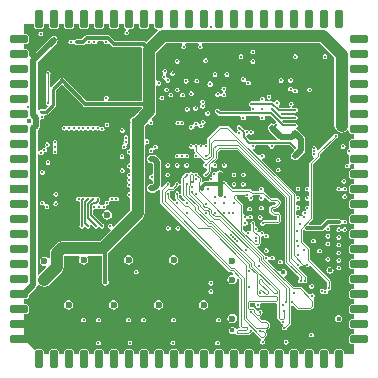
<source format=gbr>
%TF.GenerationSoftware,Altium Limited,DefaultClient, ()*%
G04 Layer_Physical_Order=5*
G04 Layer_Color=16737945*
%FSLAX26Y26*%
%MOIN*%
%TF.SameCoordinates,9CB29443-125E-45F9-99EE-4E50F1371B14*%
%TF.FilePolarity,Positive*%
%TF.FileFunction,Copper,L5,Inr,Signal*%
%TF.Part,Single*%
G01*
G75*
%TA.AperFunction,Conductor*%
%ADD33C,0.007874*%
%ADD34C,0.011811*%
%ADD35C,0.005906*%
%ADD36C,0.003937*%
%ADD38C,0.015748*%
%ADD40C,0.009842*%
%TA.AperFunction,ComponentPad*%
G04:AMPARAMS|DCode=41|XSize=27.559mil|YSize=62.992mil|CornerRadius=6.89mil|HoleSize=0mil|Usage=FLASHONLY|Rotation=90.000|XOffset=0mil|YOffset=0mil|HoleType=Round|Shape=RoundedRectangle|*
%AMROUNDEDRECTD41*
21,1,0.027559,0.049212,0,0,90.0*
21,1,0.013780,0.062992,0,0,90.0*
1,1,0.013780,0.024606,0.006890*
1,1,0.013780,0.024606,-0.006890*
1,1,0.013780,-0.024606,-0.006890*
1,1,0.013780,-0.024606,0.006890*
%
%ADD41ROUNDEDRECTD41*%
G04:AMPARAMS|DCode=42|XSize=27.559mil|YSize=62.992mil|CornerRadius=6.89mil|HoleSize=0mil|Usage=FLASHONLY|Rotation=0.000|XOffset=0mil|YOffset=0mil|HoleType=Round|Shape=RoundedRectangle|*
%AMROUNDEDRECTD42*
21,1,0.027559,0.049212,0,0,0.0*
21,1,0.013780,0.062992,0,0,0.0*
1,1,0.013780,0.006890,-0.024606*
1,1,0.013780,-0.006890,-0.024606*
1,1,0.013780,-0.006890,0.024606*
1,1,0.013780,0.006890,0.024606*
%
%ADD42ROUNDEDRECTD42*%
%ADD43R,0.062992X0.027559*%
%TA.AperFunction,ViaPad*%
%ADD44C,0.007874*%
%ADD45C,0.011811*%
%ADD46C,0.015748*%
%ADD47C,0.023622*%
%ADD48C,0.039370*%
%TA.AperFunction,Conductor*%
%ADD49C,0.019685*%
%ADD50C,0.039370*%
G36*
X432071Y1093110D02*
X432912Y1088886D01*
X435305Y1085305D01*
X438886Y1082912D01*
X443110Y1082071D01*
X444441D01*
X445892Y1077287D01*
X445568Y1077070D01*
X407388Y1038890D01*
X405718Y1040561D01*
X402462Y1042736D01*
X398622Y1043500D01*
X304629D01*
X301073Y1047056D01*
X301072Y1047057D01*
X287293Y1060836D01*
X284037Y1063012D01*
X280197Y1063775D01*
X209331D01*
X205490Y1063012D01*
X202235Y1060836D01*
X191394Y1049996D01*
X175866D01*
X172026Y1049232D01*
X168770Y1047056D01*
X167797Y1045601D01*
X162436Y1045206D01*
X162062Y1045332D01*
X161858Y1045637D01*
X159253Y1047378D01*
X156181Y1047989D01*
X153109Y1047378D01*
X150504Y1045637D01*
X148764Y1043033D01*
X148153Y1039960D01*
X148764Y1036888D01*
X150504Y1034284D01*
X153109Y1032543D01*
X156181Y1031932D01*
X159253Y1032543D01*
X161858Y1034284D01*
X162062Y1034589D01*
X162436Y1034715D01*
X167797Y1034320D01*
X168770Y1032864D01*
X172026Y1030689D01*
X175866Y1029925D01*
X195551D01*
X199392Y1030689D01*
X202647Y1032864D01*
X203754Y1033972D01*
X209559Y1034284D01*
X212164Y1032543D01*
X215236Y1031932D01*
X218309Y1032543D01*
X220913Y1034284D01*
X222463Y1036603D01*
X224682Y1036888D01*
X225476D01*
X227695Y1036603D01*
X229244Y1034284D01*
X231849Y1032543D01*
X234921Y1031932D01*
X237994Y1032543D01*
X240598Y1034284D01*
X242338Y1036888D01*
X242950Y1039960D01*
X247303Y1043705D01*
X261910D01*
X266263Y1039960D01*
X266874Y1036888D01*
X268614Y1034284D01*
X271219Y1032543D01*
X274291Y1031932D01*
X277364Y1032543D01*
X279968Y1034284D01*
X285773Y1033972D01*
X286880Y1032864D01*
X286881Y1032864D01*
X293376Y1026369D01*
X296632Y1024193D01*
X300472Y1023429D01*
X389864D01*
X393967Y1018429D01*
X393238Y1014764D01*
Y885827D01*
Y843697D01*
X282138D01*
X280762Y846590D01*
X280260Y848697D01*
X281709Y850865D01*
X282320Y853938D01*
X281709Y857010D01*
X279968Y859614D01*
X277364Y861355D01*
X274291Y861966D01*
X271219Y861355D01*
X268614Y859614D01*
X266874Y857010D01*
X266263Y853938D01*
X266874Y850865D01*
X268323Y848697D01*
X267820Y846590D01*
X266445Y843697D01*
X209157D01*
X133750Y919104D01*
X130494Y921279D01*
X126653Y922043D01*
X122813Y921279D01*
X119558Y919104D01*
X117382Y915848D01*
X117298Y915425D01*
X92101Y890228D01*
X87980Y891448D01*
X87101Y892096D01*
Y930433D01*
X88126Y931967D01*
X88737Y935039D01*
X88126Y938112D01*
X86385Y940716D01*
X83781Y942457D01*
X80709Y943068D01*
X77636Y942457D01*
X75032Y940716D01*
X73291Y938112D01*
X72680Y935039D01*
X73291Y931967D01*
X74317Y930433D01*
Y841220D01*
X73292Y839685D01*
X72680Y836613D01*
X73292Y833541D01*
X75032Y830936D01*
X77296Y829423D01*
X77692Y828943D01*
X78808Y823865D01*
X71062Y816118D01*
X57087D01*
X53630Y815431D01*
X50700Y813473D01*
X50546Y813242D01*
X45546Y814758D01*
Y973511D01*
X108360Y1036325D01*
X111405Y1040883D01*
X112475Y1046260D01*
X111405Y1051637D01*
X108360Y1056195D01*
X103802Y1059240D01*
X98425Y1060310D01*
X93049Y1059240D01*
X88491Y1056195D01*
X22436Y990139D01*
X18383Y991792D01*
X17764Y992284D01*
X17929Y993110D01*
Y1006890D01*
X17088Y1011114D01*
X14695Y1014695D01*
X11114Y1017088D01*
X6890Y1017929D01*
X0D01*
Y1032071D01*
X6890D01*
X11114Y1032912D01*
X14695Y1035305D01*
X17088Y1038886D01*
X17929Y1043110D01*
Y1056890D01*
X17088Y1061114D01*
X14695Y1064695D01*
X11114Y1067088D01*
X6890Y1067929D01*
X0D01*
Y1100000D01*
X32071D01*
Y1093110D01*
X32912Y1088886D01*
X35305Y1085305D01*
X38886Y1082912D01*
X43110Y1082071D01*
X56890D01*
X61114Y1082912D01*
X64695Y1085305D01*
X67088Y1088886D01*
X67929Y1093110D01*
Y1100000D01*
X82071D01*
Y1093110D01*
X82912Y1088886D01*
X85305Y1085305D01*
X88886Y1082912D01*
X93110Y1082071D01*
X106890D01*
X111114Y1082912D01*
X114695Y1085305D01*
X117088Y1088886D01*
X117929Y1093110D01*
Y1100000D01*
X132071D01*
Y1093110D01*
X132912Y1088886D01*
X135305Y1085305D01*
X138886Y1082912D01*
X143110Y1082071D01*
X156890D01*
X161114Y1082912D01*
X164695Y1085305D01*
X167088Y1088886D01*
X167929Y1093110D01*
Y1100000D01*
X182071D01*
Y1093110D01*
X182912Y1088886D01*
X185305Y1085305D01*
X188886Y1082912D01*
X193110Y1082071D01*
X206890D01*
X211114Y1082912D01*
X214695Y1085305D01*
X217088Y1088886D01*
X217929Y1093110D01*
Y1100000D01*
X232071D01*
Y1093110D01*
X232912Y1088886D01*
X235305Y1085305D01*
X238886Y1082912D01*
X243110Y1082071D01*
X256890D01*
X261114Y1082912D01*
X264695Y1085305D01*
X267088Y1088886D01*
X267929Y1093110D01*
Y1100000D01*
X282071D01*
Y1093110D01*
X282912Y1088886D01*
X285305Y1085305D01*
X288886Y1082912D01*
X293110Y1082071D01*
X306890D01*
X311114Y1082912D01*
X314695Y1085305D01*
X317088Y1088886D01*
X317929Y1093110D01*
Y1100000D01*
X332071D01*
Y1093110D01*
X332912Y1088886D01*
X335305Y1085305D01*
X338473Y1083188D01*
X338895Y1081064D01*
X338777Y1077835D01*
X336843Y1076543D01*
X335103Y1073938D01*
X334491Y1070866D01*
X335103Y1067794D01*
X336843Y1065189D01*
X339447Y1063449D01*
X342520Y1062838D01*
X345592Y1063449D01*
X348197Y1065189D01*
X349937Y1067794D01*
X350548Y1070866D01*
X349937Y1073938D01*
X348197Y1076543D01*
X347406Y1077071D01*
X348923Y1082071D01*
X356890D01*
X361114Y1082912D01*
X364695Y1085305D01*
X367088Y1088886D01*
X367929Y1093110D01*
Y1100000D01*
X382071D01*
Y1093110D01*
X382912Y1088886D01*
X385305Y1085305D01*
X388886Y1082912D01*
X393110Y1082071D01*
X406890D01*
X411114Y1082912D01*
X414695Y1085305D01*
X417088Y1088886D01*
X417929Y1093110D01*
Y1100000D01*
X432071D01*
Y1093110D01*
D02*
G37*
G36*
X1034970Y988055D02*
Y931102D01*
Y860236D01*
Y828740D01*
Y761418D01*
X1036804Y752201D01*
X1042025Y744387D01*
X1049838Y739166D01*
X1059055Y737333D01*
X1068272Y739166D01*
X1076086Y744387D01*
X1077071Y745862D01*
X1082071Y744346D01*
Y743110D01*
X1082912Y738886D01*
X1085305Y735305D01*
X1088886Y732912D01*
X1093110Y732071D01*
X1100000D01*
Y717929D01*
X1093110D01*
X1088886Y717088D01*
X1085305Y714695D01*
X1082912Y711114D01*
X1082071Y706890D01*
Y693110D01*
X1082912Y688886D01*
X1083529Y687961D01*
X1081030Y682702D01*
X1080589Y682614D01*
X1077985Y680874D01*
X1076244Y678269D01*
X1075633Y675197D01*
X1076244Y672125D01*
X1077985Y669520D01*
X1080589Y667780D01*
X1081373Y667624D01*
X1083788Y662585D01*
X1083793Y662433D01*
X1082912Y661114D01*
X1082071Y656890D01*
Y643110D01*
X1082912Y638886D01*
X1083069Y638650D01*
X1082344Y637271D01*
X1079764Y634598D01*
X1077756Y634997D01*
X1074684Y634386D01*
X1072079Y632645D01*
X1070339Y630041D01*
X1069728Y626969D01*
X1070339Y623896D01*
X1072079Y621292D01*
X1074684Y619551D01*
X1077756Y618940D01*
X1080829Y619551D01*
X1083433Y621292D01*
X1085174Y623896D01*
X1085785Y626969D01*
X1085325Y629277D01*
X1087398Y631531D01*
X1089328Y632824D01*
X1093110Y632071D01*
X1100000D01*
Y617929D01*
X1093110D01*
X1088886Y617088D01*
X1085305Y614695D01*
X1082912Y611114D01*
X1082071Y606890D01*
Y593110D01*
X1082912Y588886D01*
X1085305Y585305D01*
X1088886Y582912D01*
X1093110Y582071D01*
X1100000D01*
Y567929D01*
X1093110D01*
X1088886Y567088D01*
X1085305Y564695D01*
X1082912Y561114D01*
X1082071Y556890D01*
Y543110D01*
X1082912Y538886D01*
X1085305Y535305D01*
X1088886Y532912D01*
X1093110Y532071D01*
X1100000D01*
Y517929D01*
X1093110D01*
X1088886Y517088D01*
X1085305Y514695D01*
X1082912Y511114D01*
X1082071Y506890D01*
Y493110D01*
X1082912Y488886D01*
X1085305Y485305D01*
X1088886Y482912D01*
X1093110Y482071D01*
X1100000D01*
Y467929D01*
X1093110D01*
X1088886Y467088D01*
X1085305Y464695D01*
X1082912Y461114D01*
X1082071Y456890D01*
Y443110D01*
X1082912Y438886D01*
X1085305Y435305D01*
X1088886Y432912D01*
X1093110Y432071D01*
X1100000D01*
Y417929D01*
X1093110D01*
X1088886Y417088D01*
X1085305Y414695D01*
X1082912Y411114D01*
X1082071Y406890D01*
Y393110D01*
X1082912Y388886D01*
X1085305Y385305D01*
X1088886Y382912D01*
X1093110Y382071D01*
X1100000D01*
Y367929D01*
X1093110D01*
X1088886Y367088D01*
X1085305Y364695D01*
X1082912Y361114D01*
X1082071Y356890D01*
Y343110D01*
X1082912Y338886D01*
X1085305Y335305D01*
X1088886Y332912D01*
X1093110Y332071D01*
X1100000D01*
Y317929D01*
X1093110D01*
X1088886Y317088D01*
X1085305Y314695D01*
X1082912Y311114D01*
X1082071Y306890D01*
Y293110D01*
X1082912Y288886D01*
X1085305Y285305D01*
X1088886Y282912D01*
X1093110Y282071D01*
X1100000D01*
Y267929D01*
X1093110D01*
X1088886Y267088D01*
X1085305Y264695D01*
X1082912Y261114D01*
X1082071Y256890D01*
Y243110D01*
X1082912Y238886D01*
X1085305Y235305D01*
X1088886Y232912D01*
X1093110Y232071D01*
X1100000D01*
Y217929D01*
X1093110D01*
X1088886Y217088D01*
X1085305Y214695D01*
X1082912Y211114D01*
X1082071Y206890D01*
Y193110D01*
X1082912Y188886D01*
X1085305Y185305D01*
X1088886Y182912D01*
X1093110Y182071D01*
X1100000D01*
Y167929D01*
X1093110D01*
X1088886Y167088D01*
X1085305Y164695D01*
X1082912Y161114D01*
X1082071Y156890D01*
Y143110D01*
X1082912Y138886D01*
X1085305Y135305D01*
X1088886Y132912D01*
X1093110Y132071D01*
X1100000D01*
Y117929D01*
X1093110D01*
X1088886Y117088D01*
X1085305Y114695D01*
X1082912Y111114D01*
X1082071Y106890D01*
Y93110D01*
X1082912Y88886D01*
X1085305Y85305D01*
X1088886Y82912D01*
X1093110Y82071D01*
X1100000D01*
Y67929D01*
X1093110D01*
X1088886Y67088D01*
X1085305Y64695D01*
X1082912Y61114D01*
X1082071Y56890D01*
Y43110D01*
X1082912Y38886D01*
X1085305Y35305D01*
X1088886Y32912D01*
X1093110Y32071D01*
X1100000D01*
Y0D01*
X1067929D01*
Y6890D01*
X1067088Y11114D01*
X1064695Y14695D01*
X1061114Y17088D01*
X1056890Y17929D01*
X1043110D01*
X1038886Y17088D01*
X1035305Y14695D01*
X1032912Y11114D01*
X1032071Y6890D01*
Y0D01*
X1017929D01*
Y6890D01*
X1017088Y11114D01*
X1014695Y14695D01*
X1011114Y17088D01*
X1006890Y17929D01*
X993110D01*
X988886Y17088D01*
X985305Y14695D01*
X982912Y11114D01*
X982071Y6890D01*
Y0D01*
X967929D01*
Y6890D01*
X967088Y11114D01*
X964695Y14695D01*
X961114Y17088D01*
X956890Y17929D01*
X943110D01*
X938886Y17088D01*
X935305Y14695D01*
X932912Y11114D01*
X932071Y6890D01*
Y0D01*
X917929D01*
Y6890D01*
X917088Y11114D01*
X914695Y14695D01*
X911114Y17088D01*
X906890Y17929D01*
X893110D01*
X888886Y17088D01*
X885305Y14695D01*
X882912Y11114D01*
X882071Y6890D01*
Y0D01*
X867929D01*
Y6890D01*
X867088Y11114D01*
X864695Y14695D01*
X861114Y17088D01*
X856890Y17929D01*
X843110D01*
X838886Y17088D01*
X835305Y14695D01*
X832912Y11114D01*
X832071Y6890D01*
Y0D01*
X817929D01*
Y6890D01*
X817088Y11114D01*
X814695Y14695D01*
X811114Y17088D01*
X806890Y17929D01*
X793110D01*
X788886Y17088D01*
X785305Y14695D01*
X782912Y11114D01*
X782071Y6890D01*
Y0D01*
X767929D01*
Y6890D01*
X767088Y11114D01*
X764695Y14695D01*
X761114Y17088D01*
X756890Y17929D01*
X743110D01*
X738886Y17088D01*
X735305Y14695D01*
X732912Y11114D01*
X732071Y6890D01*
Y0D01*
X717929D01*
Y6890D01*
X717088Y11114D01*
X714695Y14695D01*
X711114Y17088D01*
X706890Y17929D01*
X693110D01*
X688886Y17088D01*
X685305Y14695D01*
X682912Y11114D01*
X682071Y6890D01*
Y0D01*
X667929D01*
Y6890D01*
X667088Y11114D01*
X664695Y14695D01*
X661114Y17088D01*
X656890Y17929D01*
X643110D01*
X638886Y17088D01*
X635305Y14695D01*
X632912Y11114D01*
X632071Y6890D01*
Y0D01*
X617929D01*
Y6890D01*
X617088Y11114D01*
X614695Y14695D01*
X611114Y17088D01*
X606890Y17929D01*
X593110D01*
X588886Y17088D01*
X585305Y14695D01*
X582912Y11114D01*
X582071Y6890D01*
Y0D01*
X567929D01*
Y6890D01*
X567088Y11114D01*
X564695Y14695D01*
X561114Y17088D01*
X556890Y17929D01*
X543110D01*
X538886Y17088D01*
X535305Y14695D01*
X532912Y11114D01*
X532071Y6890D01*
Y0D01*
X517929D01*
Y6890D01*
X517088Y11114D01*
X514695Y14695D01*
X511114Y17088D01*
X506890Y17929D01*
X493110D01*
X488886Y17088D01*
X485305Y14695D01*
X482912Y11114D01*
X482071Y6890D01*
Y0D01*
X467929D01*
Y6890D01*
X467088Y11114D01*
X464695Y14695D01*
X461114Y17088D01*
X456890Y17929D01*
X443110D01*
X438886Y17088D01*
X435305Y14695D01*
X432912Y11114D01*
X432071Y6890D01*
Y0D01*
X417929D01*
Y6890D01*
X417088Y11114D01*
X414695Y14695D01*
X411114Y17088D01*
X406890Y17929D01*
X393110D01*
X388886Y17088D01*
X385305Y14695D01*
X382912Y11114D01*
X382071Y6890D01*
Y0D01*
X367929D01*
Y6890D01*
X367088Y11114D01*
X364695Y14695D01*
X361114Y17088D01*
X356890Y17929D01*
X343110D01*
X338886Y17088D01*
X335305Y14695D01*
X332912Y11114D01*
X332071Y6890D01*
Y0D01*
X317929D01*
Y6890D01*
X317088Y11114D01*
X314695Y14695D01*
X311114Y17088D01*
X306890Y17929D01*
X293110D01*
X288886Y17088D01*
X285305Y14695D01*
X282912Y11114D01*
X282071Y6890D01*
Y0D01*
X267929D01*
Y6890D01*
X267088Y11114D01*
X264695Y14695D01*
X261114Y17088D01*
X256890Y17929D01*
X243110D01*
X238886Y17088D01*
X235305Y14695D01*
X232912Y11114D01*
X232071Y6890D01*
Y0D01*
X217929D01*
Y6890D01*
X217088Y11114D01*
X214695Y14695D01*
X211114Y17088D01*
X206890Y17929D01*
X193110D01*
X188886Y17088D01*
X185305Y14695D01*
X182912Y11114D01*
X182071Y6890D01*
Y0D01*
X167929D01*
Y6890D01*
X167088Y11114D01*
X164695Y14695D01*
X161114Y17088D01*
X156890Y17929D01*
X143110D01*
X138886Y17088D01*
X135305Y14695D01*
X132912Y11114D01*
X132071Y6890D01*
Y0D01*
X117929D01*
Y6890D01*
X117088Y11114D01*
X114695Y14695D01*
X111114Y17088D01*
X106890Y17929D01*
X93110D01*
X88886Y17088D01*
X85305Y14695D01*
X82912Y11114D01*
X82071Y6890D01*
Y0D01*
X67929D01*
Y6890D01*
X67088Y11114D01*
X64695Y14695D01*
X61114Y17088D01*
X56890Y17929D01*
X43110D01*
X38886Y17088D01*
X35305Y14695D01*
X0Y50000D01*
Y132071D01*
X6890D01*
X11114Y132912D01*
X14695Y135305D01*
X17088Y138886D01*
X17929Y143110D01*
Y156890D01*
X17088Y161114D01*
X14695Y164695D01*
X11114Y167088D01*
X6890Y167929D01*
X0D01*
Y182071D01*
X6890D01*
X11114Y182912D01*
X14695Y185305D01*
X17088Y188886D01*
X17929Y193110D01*
Y198060D01*
X41431Y221562D01*
X44476Y226120D01*
X45360Y230562D01*
X47903Y231640D01*
X50546Y231801D01*
X51080Y231001D01*
X58894Y225780D01*
X68111Y223946D01*
X77328Y225780D01*
X85141Y231001D01*
X126282Y272142D01*
X131504Y279956D01*
X133337Y289173D01*
Y325654D01*
X135960Y328277D01*
X184151D01*
X186357Y323277D01*
X183985Y319727D01*
X182762Y313582D01*
X183985Y307438D01*
X187465Y302229D01*
X192674Y298748D01*
X198819Y297526D01*
X204964Y298748D01*
X210173Y302229D01*
X213653Y307438D01*
X214875Y313582D01*
X213653Y319727D01*
X211281Y323277D01*
X213487Y328277D01*
X260634D01*
Y246398D01*
X259544Y244766D01*
X258627Y240158D01*
X259544Y235549D01*
X262154Y231642D01*
X266061Y229032D01*
X270669Y228115D01*
X275278Y229032D01*
X279185Y231642D01*
X281795Y235549D01*
X282712Y240158D01*
X281795Y244766D01*
X280705Y246398D01*
Y336211D01*
X396108Y451614D01*
X401329Y459427D01*
X403162Y468644D01*
Y660293D01*
X403022Y660998D01*
Y696939D01*
X404600Y698240D01*
X408022Y700067D01*
X410124Y699649D01*
X413196Y700260D01*
X415801Y702000D01*
X417541Y704605D01*
X418152Y707677D01*
X417541Y710750D01*
X415801Y713354D01*
X413196Y715095D01*
X410124Y715706D01*
X408022Y715288D01*
X404600Y717115D01*
X403022Y718415D01*
Y760693D01*
X410582Y768254D01*
X412895Y767963D01*
X416286Y766886D01*
X417551Y764992D01*
X420156Y763252D01*
X423228Y762641D01*
X426301Y763252D01*
X428905Y764992D01*
X430646Y767597D01*
X431257Y770669D01*
X430646Y773741D01*
X428905Y776346D01*
X427011Y777611D01*
X425934Y781003D01*
X425644Y783315D01*
X434353Y792025D01*
X439574Y799838D01*
X441408Y809055D01*
X441408Y834644D01*
X441408Y834646D01*
X441408Y834647D01*
Y892685D01*
X446408Y895358D01*
X446731Y895142D01*
X449803Y894531D01*
X452875Y895142D01*
X455480Y896882D01*
X457220Y899487D01*
X457831Y902559D01*
X457220Y905631D01*
X455480Y908236D01*
X452875Y909976D01*
X449803Y910587D01*
X446731Y909976D01*
X446408Y909760D01*
X441408Y912433D01*
Y1004788D01*
X472575Y1035955D01*
X526291D01*
X527808Y1030955D01*
X526803Y1030283D01*
X525063Y1027679D01*
X524452Y1024607D01*
X525063Y1021534D01*
X526803Y1018930D01*
X529408Y1017189D01*
X532480Y1016578D01*
X535553Y1017189D01*
X538157Y1018930D01*
X539897Y1021534D01*
X540509Y1024607D01*
X539897Y1027679D01*
X538157Y1030283D01*
X537153Y1030955D01*
X538669Y1035955D01*
X581410D01*
X582927Y1030955D01*
X581922Y1030283D01*
X580181Y1027678D01*
X579570Y1024606D01*
X580181Y1021534D01*
X581922Y1018929D01*
X584526Y1017189D01*
X587598Y1016578D01*
X590671Y1017189D01*
X593275Y1018929D01*
X595016Y1021534D01*
X595627Y1024606D01*
X595016Y1027678D01*
X593275Y1030283D01*
X592270Y1030955D01*
X593787Y1035955D01*
X987071D01*
X1034970Y988055D01*
D02*
G37*
G36*
X197904Y826565D02*
X201160Y824390D01*
X205000Y823626D01*
X392260D01*
X392833Y818626D01*
X365777Y791570D01*
X365159D01*
X360550Y790653D01*
X356643Y788043D01*
X354033Y784136D01*
X353116Y779528D01*
X354033Y774919D01*
X355316Y772999D01*
X354852Y770669D01*
Y686259D01*
X350394Y682241D01*
X347321Y681630D01*
X344717Y679889D01*
X342976Y677285D01*
X342365Y674213D01*
X342976Y671140D01*
X344717Y668536D01*
X347321Y666795D01*
X350394Y666184D01*
X354852Y662166D01*
Y660433D01*
X354993Y659728D01*
Y639377D01*
X351379Y634998D01*
X348307Y634387D01*
X345702Y632647D01*
X343962Y630042D01*
X343351Y626970D01*
X343962Y623898D01*
X345702Y621293D01*
X348307Y619553D01*
X351379Y618942D01*
X354993Y614562D01*
Y607881D01*
X351379Y603502D01*
X348307Y602891D01*
X345702Y601151D01*
X343962Y598546D01*
X343351Y595474D01*
X343962Y592401D01*
X345702Y589797D01*
Y585403D01*
X343962Y582798D01*
X343351Y579726D01*
X343962Y576653D01*
X345702Y574049D01*
X345718Y569638D01*
X343978Y567034D01*
X343367Y563962D01*
X343978Y560889D01*
X345718Y558285D01*
X348323Y556544D01*
X351395Y555933D01*
X354993Y551551D01*
Y543904D01*
X351379Y539525D01*
X348307Y538914D01*
X345702Y537173D01*
X343962Y534569D01*
X343351Y531496D01*
X343962Y528424D01*
X345702Y525820D01*
X348307Y524079D01*
X351379Y523468D01*
X354993Y519089D01*
Y478620D01*
X300025Y423653D01*
X295417Y426116D01*
X295430Y426181D01*
X294819Y429254D01*
X293079Y431858D01*
X290474Y433599D01*
X287402Y434210D01*
X284329Y433599D01*
X281725Y431858D01*
X279985Y429254D01*
X279373Y426181D01*
X279985Y423109D01*
X281725Y420504D01*
X284329Y418764D01*
X287402Y418153D01*
X287467Y418166D01*
X289930Y413558D01*
X252819Y376447D01*
X125984D01*
X116767Y374614D01*
X108954Y369393D01*
X92222Y352661D01*
X87001Y344847D01*
X85167Y335630D01*
Y320874D01*
X80167Y319357D01*
X79465Y320409D01*
X74255Y323889D01*
X68111Y325111D01*
X61966Y323889D01*
X56757Y320409D01*
X53276Y315200D01*
X52054Y309055D01*
X53276Y302910D01*
X56757Y297701D01*
X61966Y294221D01*
X68111Y292998D01*
X72898Y293951D01*
X75545Y289526D01*
X51080Y265062D01*
X50546Y264262D01*
X45546Y265779D01*
Y665359D01*
X50546Y666876D01*
X51410Y665583D01*
X54014Y663843D01*
X57087Y663231D01*
X60159Y663843D01*
X62764Y665583D01*
X64427Y668073D01*
X64504Y668188D01*
Y668188D01*
X65115Y671260D01*
X67913Y672090D01*
X70986Y672701D01*
X73590Y674441D01*
X75331Y677046D01*
X75942Y680118D01*
X75331Y683190D01*
X73789Y685497D01*
X74126Y686726D01*
X76091Y690137D01*
X76411Y690074D01*
X77756Y689806D01*
X80828Y690417D01*
X83433Y692158D01*
X85173Y694762D01*
X85784Y697835D01*
X85173Y700907D01*
X83433Y703511D01*
X80828Y705252D01*
X77756Y705863D01*
X74684Y705252D01*
X72079Y703511D01*
X70339Y700907D01*
X69728Y697835D01*
X70339Y694762D01*
X71880Y692456D01*
X71543Y691227D01*
X69578Y687816D01*
X69258Y687879D01*
X67913Y688146D01*
X64841Y687535D01*
X62236Y685795D01*
X60572Y683305D01*
X60496Y683190D01*
Y683190D01*
X59885Y680118D01*
X57087Y679288D01*
X54014Y678677D01*
X51410Y676937D01*
X50546Y675644D01*
X45546Y677160D01*
Y747133D01*
X49305Y750892D01*
X52350Y755450D01*
X53420Y760827D01*
Y779094D01*
X58420Y782452D01*
X59055Y782326D01*
X62128Y782937D01*
X64732Y784677D01*
X66472Y787282D01*
X67084Y790354D01*
X66546Y793055D01*
X66583Y793602D01*
X69393Y798055D01*
X74803D01*
X78259Y798742D01*
X81189Y800700D01*
X103827Y823338D01*
X105785Y826268D01*
X106473Y829724D01*
Y879054D01*
X125944Y898525D01*
X197904Y826565D01*
D02*
G37*
%LPC*%
G36*
X56102Y1074957D02*
X53030Y1074346D01*
X50425Y1072606D01*
X48685Y1070001D01*
X48074Y1066929D01*
X48685Y1063857D01*
X50425Y1061252D01*
X53030Y1059512D01*
X56102Y1058901D01*
X59175Y1059512D01*
X61779Y1061252D01*
X63520Y1063857D01*
X64131Y1066929D01*
X63520Y1070001D01*
X61779Y1072606D01*
X59175Y1074346D01*
X56102Y1074957D01*
D02*
G37*
G36*
X762795Y1014918D02*
X759723Y1014307D01*
X757118Y1012567D01*
X755378Y1009962D01*
X754767Y1006890D01*
X755378Y1003817D01*
X757118Y1001213D01*
X759723Y999473D01*
X762795Y998861D01*
X765868Y999473D01*
X768472Y1001213D01*
X770212Y1003817D01*
X770824Y1006890D01*
X770212Y1009962D01*
X768472Y1012567D01*
X765868Y1014307D01*
X762795Y1014918D01*
D02*
G37*
G36*
X1003346Y999170D02*
X1000274Y998559D01*
X997670Y996819D01*
X995929Y994214D01*
X995318Y991142D01*
X995929Y988069D01*
X997670Y985465D01*
X1000274Y983725D01*
X1003346Y983113D01*
X1006419Y983725D01*
X1009023Y985465D01*
X1010764Y988069D01*
X1011375Y991142D01*
X1010764Y994214D01*
X1009023Y996819D01*
X1006419Y998559D01*
X1003346Y999170D01*
D02*
G37*
G36*
X904528D02*
X901455Y998559D01*
X898851Y996819D01*
X897110Y994214D01*
X896499Y991142D01*
X897110Y988069D01*
X898851Y985465D01*
X901455Y983725D01*
X904528Y983113D01*
X907600Y983725D01*
X910205Y985465D01*
X911945Y988069D01*
X912556Y991142D01*
X911945Y994214D01*
X910205Y996819D01*
X907600Y998559D01*
X904528Y999170D01*
D02*
G37*
G36*
X723425D02*
X720353Y998559D01*
X717748Y996819D01*
X716008Y994214D01*
X715397Y991142D01*
X716008Y988069D01*
X717748Y985465D01*
X720353Y983725D01*
X723425Y983113D01*
X726497Y983725D01*
X729102Y985465D01*
X730842Y988069D01*
X731453Y991142D01*
X730842Y994214D01*
X729102Y996819D01*
X726497Y998559D01*
X723425Y999170D01*
D02*
G37*
G36*
X605315Y986375D02*
X602243Y985764D01*
X599638Y984024D01*
X597898Y981419D01*
X597287Y978347D01*
X597898Y975274D01*
X599638Y972670D01*
X602243Y970929D01*
X605315Y970318D01*
X608387Y970929D01*
X610992Y972670D01*
X612732Y975274D01*
X613343Y978347D01*
X612732Y981419D01*
X610992Y984024D01*
X608387Y985764D01*
X605315Y986375D01*
D02*
G37*
G36*
X762795Y983422D02*
X759723Y982811D01*
X757118Y981071D01*
X755378Y978466D01*
X754767Y975394D01*
X755378Y972321D01*
X757118Y969717D01*
X759723Y967976D01*
X762795Y967365D01*
X765868Y967976D01*
X768472Y969717D01*
X770212Y972321D01*
X770824Y975394D01*
X770212Y978466D01*
X768472Y981071D01*
X765868Y982811D01*
X762795Y983422D01*
D02*
G37*
G36*
X510827D02*
X507755Y982811D01*
X505150Y981071D01*
X503410Y978466D01*
X502798Y975394D01*
X503410Y972321D01*
X505150Y969717D01*
X507755Y967976D01*
X510827Y967365D01*
X513899Y967976D01*
X516504Y969717D01*
X518244Y972321D01*
X518855Y975394D01*
X518244Y978466D01*
X516504Y981071D01*
X513899Y982811D01*
X510827Y983422D01*
D02*
G37*
G36*
X495079Y943068D02*
X492007Y942457D01*
X489402Y940716D01*
X487662Y938112D01*
X487050Y935039D01*
X487662Y931967D01*
X489402Y929362D01*
X492007Y927622D01*
X495079Y927011D01*
X498151Y927622D01*
X500756Y929362D01*
X502496Y931967D01*
X503107Y935039D01*
X502496Y938112D01*
X500756Y940716D01*
X498151Y942457D01*
X495079Y943068D01*
D02*
G37*
G36*
X676181Y940115D02*
X673109Y939504D01*
X670504Y937764D01*
X668764Y935159D01*
X668153Y932087D01*
X668764Y929014D01*
X670504Y926410D01*
X673109Y924669D01*
X676181Y924058D01*
X679253Y924669D01*
X681858Y926410D01*
X683598Y929014D01*
X684209Y932087D01*
X683598Y935159D01*
X681858Y937764D01*
X679253Y939504D01*
X676181Y940115D01*
D02*
G37*
G36*
X636811Y940115D02*
X633739Y939504D01*
X631134Y937763D01*
X629394Y935159D01*
X628783Y932087D01*
X629394Y929014D01*
X631134Y926410D01*
X633739Y924669D01*
X636811Y924058D01*
X639883Y924669D01*
X642488Y926410D01*
X644228Y929014D01*
X644839Y932087D01*
X644228Y935159D01*
X642488Y937763D01*
X639883Y939504D01*
X636811Y940115D01*
D02*
G37*
G36*
X888779Y920430D02*
X885707Y919819D01*
X883103Y918078D01*
X881362Y915474D01*
X880751Y912402D01*
X881362Y909329D01*
X883103Y906725D01*
X885707Y904984D01*
X888779Y904373D01*
X891852Y904984D01*
X894456Y906725D01*
X896197Y909329D01*
X896808Y912402D01*
X896197Y915474D01*
X894456Y918078D01*
X891852Y919819D01*
X888779Y920430D01*
D02*
G37*
G36*
X857284D02*
X854211Y919819D01*
X851607Y918078D01*
X849866Y915474D01*
X849255Y912402D01*
X849866Y909329D01*
X851607Y906725D01*
X854211Y904984D01*
X857284Y904373D01*
X860356Y904984D01*
X862960Y906725D01*
X864701Y909329D01*
X865312Y912402D01*
X864701Y915474D01*
X862960Y918078D01*
X860356Y919819D01*
X857284Y920430D01*
D02*
G37*
G36*
X469488Y949957D02*
X466416Y949346D01*
X463811Y947606D01*
X462071Y945001D01*
X461460Y941929D01*
X462071Y938857D01*
X463811Y936252D01*
X463835Y936075D01*
X463088Y930722D01*
X461842Y929890D01*
X460102Y927285D01*
X459491Y924213D01*
X460102Y921140D01*
X461842Y918536D01*
X464447Y916795D01*
X466978Y916292D01*
X467519Y916184D01*
X471302Y912402D01*
X471410Y911860D01*
X471913Y909329D01*
X473654Y906725D01*
X476258Y904984D01*
X479331Y904373D01*
X482403Y904984D01*
X485008Y906725D01*
X486748Y909329D01*
X487359Y912402D01*
X486748Y915474D01*
X485008Y918078D01*
X482403Y919819D01*
X479872Y920322D01*
X479331Y920430D01*
X475548Y924213D01*
X475440Y924754D01*
X474937Y927285D01*
X473196Y929889D01*
X473172Y930067D01*
X473919Y935420D01*
X475165Y936252D01*
X476905Y938857D01*
X477516Y941929D01*
X476905Y945001D01*
X475165Y947606D01*
X472560Y949346D01*
X469488Y949957D01*
D02*
G37*
G36*
X575788Y918461D02*
X572715Y917850D01*
X570111Y916110D01*
X568370Y913505D01*
X567759Y910433D01*
X568370Y907361D01*
X570111Y904756D01*
X572715Y903016D01*
X575788Y902405D01*
X578860Y903016D01*
X581464Y904756D01*
X583205Y907361D01*
X583816Y910433D01*
X583205Y913505D01*
X581464Y916110D01*
X578860Y917850D01*
X575788Y918461D01*
D02*
G37*
G36*
X540354Y917477D02*
X537282Y916866D01*
X534677Y915126D01*
X532937Y912521D01*
X532326Y909449D01*
X532937Y906376D01*
X534677Y903772D01*
X537282Y902032D01*
X540354Y901420D01*
X543427Y902032D01*
X546031Y903772D01*
X547771Y906376D01*
X548383Y909449D01*
X547771Y912521D01*
X546031Y915126D01*
X543427Y916866D01*
X540354Y917477D01*
D02*
G37*
G36*
X731299Y923383D02*
X728227Y922772D01*
X725622Y921031D01*
X723882Y918427D01*
X723271Y915355D01*
X723882Y912282D01*
X725622Y909678D01*
X728227Y907937D01*
X731299Y907326D01*
X734371Y907937D01*
X736976Y909677D01*
X740614Y906615D01*
X740003Y903543D01*
X740614Y900471D01*
X742355Y897866D01*
X744959Y896126D01*
X748032Y895515D01*
X751104Y896126D01*
X753708Y897866D01*
X755449Y900471D01*
X756060Y903543D01*
X755449Y906616D01*
X753708Y909220D01*
X751104Y910961D01*
X748032Y911572D01*
X744959Y910961D01*
X742355Y909221D01*
X738717Y912282D01*
X739327Y915355D01*
X738716Y918427D01*
X736976Y921031D01*
X734371Y922772D01*
X731299Y923383D01*
D02*
G37*
G36*
X621063Y909641D02*
X617223Y908877D01*
X613967Y906702D01*
X611792Y903446D01*
X611028Y899606D01*
X611792Y895766D01*
X613967Y892510D01*
X617223Y890335D01*
X621063Y889571D01*
X624903Y890335D01*
X628159Y892510D01*
X630334Y895766D01*
X631098Y899606D01*
X630334Y903446D01*
X628159Y906702D01*
X624903Y908877D01*
X621063Y909641D01*
D02*
G37*
G36*
X475394Y888934D02*
X472321Y888323D01*
X469717Y886583D01*
X467976Y883978D01*
X467365Y880906D01*
X467976Y877833D01*
X469717Y875229D01*
X472321Y873489D01*
X475394Y872878D01*
X478466Y873489D01*
X481071Y875229D01*
X482811Y877833D01*
X483422Y880906D01*
X482811Y883978D01*
X481071Y886583D01*
X478466Y888323D01*
X475394Y888934D01*
D02*
G37*
G36*
X951772Y888934D02*
X948699Y888323D01*
X946095Y886582D01*
X944354Y883978D01*
X943743Y880905D01*
X944354Y877833D01*
X946095Y875229D01*
X948699Y873488D01*
X951772Y872877D01*
X954844Y873488D01*
X957448Y875229D01*
X959189Y877833D01*
X959800Y880905D01*
X959189Y883978D01*
X957448Y886582D01*
X954844Y888323D01*
X951772Y888934D01*
D02*
G37*
G36*
X510827D02*
X507755Y888323D01*
X505150Y886582D01*
X503410Y883978D01*
X502798Y880905D01*
X503410Y877833D01*
X505150Y875229D01*
X507755Y873488D01*
X510827Y872877D01*
X513899Y873488D01*
X516504Y875229D01*
X518244Y877833D01*
X518855Y880905D01*
X518244Y883978D01*
X516504Y886582D01*
X513899Y888323D01*
X510827Y888934D01*
D02*
G37*
G36*
X888779Y891887D02*
X885707Y891276D01*
X883103Y889535D01*
X881362Y886931D01*
X880751Y883858D01*
X881362Y880786D01*
X883103Y878182D01*
X885707Y876441D01*
X888779Y875830D01*
X891679Y876407D01*
X891876Y876430D01*
X897102Y873936D01*
X897110Y873896D01*
X898851Y871292D01*
X901455Y869551D01*
X904528Y868940D01*
X907600Y869551D01*
X910204Y871292D01*
X911945Y873896D01*
X912556Y876968D01*
X911945Y880041D01*
X910204Y882645D01*
X907600Y884386D01*
X904528Y884997D01*
X901628Y884420D01*
X901431Y884397D01*
X896205Y886891D01*
X896197Y886931D01*
X894456Y889535D01*
X891852Y891276D01*
X888779Y891887D01*
D02*
G37*
G36*
X666338Y890902D02*
X663266Y890291D01*
X660661Y888551D01*
X658921Y885946D01*
X658310Y882874D01*
X658921Y879802D01*
X660661Y877197D01*
X662981Y875647D01*
X663266Y873428D01*
Y872635D01*
X662981Y870416D01*
X660661Y868866D01*
X659185Y866657D01*
X658616Y866205D01*
X653188Y867890D01*
X653087Y868230D01*
X652877Y868544D01*
X651346Y870834D01*
X648742Y872575D01*
X645669Y873186D01*
X642597Y872575D01*
X639992Y870834D01*
X638252Y868230D01*
X637641Y865158D01*
X638252Y862085D01*
X639992Y859481D01*
X642597Y857740D01*
X645669Y857129D01*
X648742Y857740D01*
X651346Y859481D01*
X652822Y861689D01*
X653391Y862142D01*
X658820Y860456D01*
X658921Y860117D01*
X659131Y859803D01*
X660661Y857512D01*
X663266Y855772D01*
X666338Y855161D01*
X669411Y855772D01*
X672015Y857512D01*
X673755Y860117D01*
X674367Y863189D01*
X673755Y866261D01*
X672015Y868866D01*
X669696Y870416D01*
X669411Y872635D01*
Y873428D01*
X669696Y875647D01*
X672015Y877197D01*
X673755Y879802D01*
X674367Y882874D01*
X673755Y885946D01*
X672015Y888551D01*
X669411Y890291D01*
X666338Y890902D01*
D02*
G37*
G36*
X558071Y876139D02*
X554999Y875527D01*
X552394Y873787D01*
X550654Y871183D01*
X550043Y868110D01*
X550654Y865038D01*
X552394Y862433D01*
X554999Y860693D01*
X558071Y860082D01*
X561143Y860693D01*
X563748Y862433D01*
X565488Y865038D01*
X566099Y868110D01*
X565488Y871183D01*
X563748Y873787D01*
X561143Y875527D01*
X558071Y876139D01*
D02*
G37*
G36*
X528543Y871217D02*
X525471Y870606D01*
X522866Y868866D01*
X521126Y866261D01*
X520515Y863189D01*
X521126Y860117D01*
X522866Y857512D01*
X525471Y855772D01*
X528543Y855161D01*
X531615Y855772D01*
X534220Y857512D01*
X535960Y860117D01*
X536571Y863189D01*
X535960Y866261D01*
X534220Y868866D01*
X531615Y870606D01*
X528543Y871217D01*
D02*
G37*
G36*
X489173D02*
X486101Y870606D01*
X483496Y868866D01*
X481756Y866261D01*
X481145Y863189D01*
X481756Y860117D01*
X483496Y857512D01*
X486101Y855772D01*
X489173Y855161D01*
X492245Y855772D01*
X494850Y857512D01*
X496590Y860117D01*
X497201Y863189D01*
X496590Y866261D01*
X494850Y868866D01*
X492245Y870606D01*
X489173Y871217D01*
D02*
G37*
G36*
X816929Y864327D02*
X813857Y863716D01*
X811252Y861976D01*
X809512Y859371D01*
X808901Y856299D01*
X809512Y853227D01*
X811252Y850622D01*
X813857Y848882D01*
X816929Y848271D01*
X820001Y848882D01*
X822606Y850622D01*
X824346Y853227D01*
X824957Y856299D01*
X824346Y859371D01*
X822606Y861976D01*
X820001Y863716D01*
X816929Y864327D01*
D02*
G37*
G36*
X459645Y861375D02*
X456573Y860764D01*
X453968Y859023D01*
X452228Y856419D01*
X451617Y853346D01*
X452228Y850274D01*
X453968Y847670D01*
X456573Y845929D01*
X459645Y845318D01*
X462717Y845929D01*
X465322Y847670D01*
X467062Y850274D01*
X467673Y853346D01*
X467062Y856419D01*
X465322Y859023D01*
X462717Y860764D01*
X459645Y861375D01*
D02*
G37*
G36*
X595472Y848579D02*
X592400Y847968D01*
X589795Y846228D01*
X588055Y843623D01*
X587444Y840551D01*
X588055Y837479D01*
X588593Y836674D01*
X589402Y833169D01*
X588593Y829664D01*
X588055Y828860D01*
X587444Y825787D01*
X588055Y822715D01*
X589795Y820111D01*
X592400Y818370D01*
X595472Y817759D01*
X598545Y818370D01*
X601149Y820111D01*
X602890Y822715D01*
X603501Y825787D01*
X602890Y828860D01*
X602352Y829664D01*
X601543Y833169D01*
X602352Y836674D01*
X602889Y837479D01*
X603501Y840551D01*
X602889Y843623D01*
X601149Y846228D01*
X598545Y847968D01*
X595472Y848579D01*
D02*
G37*
G36*
X571850Y826926D02*
X568778Y826315D01*
X566173Y824575D01*
X564433Y821970D01*
X563822Y818898D01*
X564433Y815825D01*
X566173Y813221D01*
X568778Y811481D01*
X571850Y810869D01*
X574923Y811481D01*
X577527Y813221D01*
X579268Y815825D01*
X579879Y818898D01*
X579268Y821970D01*
X577527Y824575D01*
X574923Y826315D01*
X571850Y826926D01*
D02*
G37*
G36*
X794291Y857438D02*
X791219Y856827D01*
X788614Y855086D01*
X786874Y852482D01*
X786263Y849409D01*
X786804Y846690D01*
X786779Y846186D01*
X783966Y841690D01*
X757874D01*
X754802Y841079D01*
X752197Y839338D01*
X750457Y836734D01*
X749846Y833661D01*
X750457Y830589D01*
X752197Y827985D01*
X753788Y826921D01*
X754846Y825864D01*
X755405Y821026D01*
X755378Y820986D01*
X754767Y817913D01*
X755308Y815194D01*
X755283Y814690D01*
X752470Y810194D01*
X655885D01*
X650362Y815716D01*
X647758Y817457D01*
X644685Y818068D01*
X641613Y817457D01*
X639008Y815716D01*
X637268Y813112D01*
X636657Y810039D01*
X637268Y806967D01*
X639008Y804362D01*
X646882Y796489D01*
X646882Y796489D01*
X649487Y794748D01*
X652559Y794137D01*
X652560Y794137D01*
X720974D01*
X723787Y789641D01*
X723812Y789137D01*
X723271Y786417D01*
X723882Y783345D01*
X725622Y780740D01*
X728227Y779000D01*
X731299Y778389D01*
X734371Y779000D01*
X736976Y780740D01*
X738716Y783345D01*
X739327Y786417D01*
X738787Y789137D01*
X738811Y789641D01*
X741625Y794137D01*
X783966D01*
X786779Y789641D01*
X786804Y789137D01*
X786263Y786417D01*
X786874Y783345D01*
X788614Y780740D01*
X791219Y779000D01*
X794291Y778389D01*
X797364Y779000D01*
X799968Y780740D01*
X801708Y783345D01*
X802320Y786417D01*
X801779Y789137D01*
X801803Y789641D01*
X804617Y794137D01*
X819509D01*
X838356Y775290D01*
X838386Y773854D01*
X837203Y769372D01*
X835858Y768473D01*
X833635Y766250D01*
X831164Y767901D01*
X825787Y768971D01*
X820411Y767901D01*
X815853Y764856D01*
X812807Y760298D01*
X811738Y754921D01*
X812807Y749545D01*
X815853Y744987D01*
X843087Y717753D01*
X841016Y712753D01*
X754310D01*
X740312Y726751D01*
Y726799D01*
X744095Y731145D01*
X747167Y731756D01*
X749771Y733496D01*
X752197D01*
X754802Y731756D01*
X757874Y731145D01*
X760946Y731756D01*
X763551Y733496D01*
X765291Y736101D01*
X765902Y739173D01*
X765291Y742245D01*
X763551Y744850D01*
X760946Y746590D01*
X757874Y747202D01*
X754802Y746590D01*
X752197Y744850D01*
X749771D01*
X747167Y746590D01*
X744095Y747202D01*
X741022Y746590D01*
X738418Y744850D01*
X734813Y747997D01*
X722212Y760598D01*
X719608Y762338D01*
X716535Y762950D01*
X713463Y762338D01*
X710859Y760598D01*
X709118Y757994D01*
X708507Y754921D01*
X709118Y751849D01*
X710859Y749244D01*
X712536Y747567D01*
X712720Y746591D01*
X711614Y741418D01*
X710858Y740913D01*
X709821Y739361D01*
X705664Y738186D01*
X703984Y738127D01*
X682669Y759441D01*
X678150Y761313D01*
X653543D01*
X649024Y759441D01*
X610638Y721055D01*
X608765Y716535D01*
Y704369D01*
X605315Y699957D01*
X602243Y699346D01*
X599638Y697606D01*
X594260D01*
X591655Y699346D01*
X588583Y699957D01*
X585510Y699346D01*
X582906Y697606D01*
X579496D01*
X576891Y699346D01*
X573819Y699957D01*
X570747Y699346D01*
X568142Y697606D01*
X563748D01*
X561143Y699346D01*
X558071Y699957D01*
X554999Y699346D01*
X552394Y697606D01*
X550654Y695001D01*
X550043Y691929D01*
X550654Y688857D01*
X552394Y686252D01*
X554999Y684512D01*
X558071Y683901D01*
X561143Y684512D01*
X562427Y685370D01*
X566794Y683687D01*
X567427Y683155D01*
Y676181D01*
X569047Y672270D01*
X569293Y671631D01*
X568142Y666110D01*
X566402Y663505D01*
X565791Y660433D01*
X566402Y657361D01*
X568142Y654756D01*
X570747Y653016D01*
X573819Y652405D01*
X576891Y653016D01*
X579496Y654756D01*
X585557Y655404D01*
X596366Y644594D01*
X599808Y643169D01*
X601812Y638103D01*
X600795Y637085D01*
X599822Y634737D01*
X599638Y634614D01*
X597898Y632009D01*
X597287Y628937D01*
X597898Y625865D01*
X599638Y623260D01*
X602243Y621520D01*
X605315Y620909D01*
X605734Y620992D01*
X610734Y617532D01*
Y611900D01*
X604052Y605218D01*
X602243Y604858D01*
X599638Y603118D01*
X597898Y600513D01*
X597287Y597441D01*
X597898Y594369D01*
X599638Y591764D01*
X602243Y590024D01*
X605315Y589413D01*
X608387Y590024D01*
X610992Y591764D01*
X612732Y594369D01*
X613092Y596178D01*
X621646Y604732D01*
X623518Y609252D01*
Y625948D01*
X624188Y626409D01*
X625563Y626265D01*
X630281Y624537D01*
X631134Y623260D01*
X633739Y621520D01*
X636811Y620909D01*
X639883Y621520D01*
X642488Y623260D01*
X644228Y625865D01*
X644839Y628937D01*
X644228Y632009D01*
X642488Y634614D01*
X639883Y636354D01*
X636937Y636940D01*
X636545Y637508D01*
X634536Y641611D01*
X643299Y650374D01*
X645172Y654894D01*
Y673533D01*
X653238Y681600D01*
X709025D01*
X868608Y522017D01*
Y307087D01*
X870480Y302567D01*
X915852Y257195D01*
Y247717D01*
X914827Y246182D01*
X914216Y243110D01*
X914827Y240038D01*
X916567Y237433D01*
X919172Y235693D01*
X922244Y235082D01*
X925316Y235693D01*
X927921Y237433D01*
X930347D01*
X932951Y235693D01*
X936024Y235082D01*
X939096Y235693D01*
X941701Y237433D01*
X943441Y240038D01*
X944052Y243110D01*
X943441Y246182D01*
X942416Y247717D01*
Y257198D01*
X940544Y261718D01*
X916535Y285727D01*
X916513Y287185D01*
X917696Y291637D01*
X919063Y292550D01*
X919312Y292923D01*
X925287Y294020D01*
X925600Y293707D01*
X930120Y291835D01*
X940275D01*
X941809Y290810D01*
X944882Y290198D01*
X947954Y290810D01*
X950559Y292550D01*
X950808Y292923D01*
X956783Y294019D01*
X1010340Y240463D01*
Y225079D01*
X1009315Y223545D01*
X1008704Y220473D01*
X1008998Y218994D01*
X1006287Y215421D01*
X1005147Y214676D01*
X1004921Y214721D01*
X1001849Y214110D01*
X1000292Y213070D01*
X998787Y215323D01*
X996183Y217063D01*
X993110Y217674D01*
X990038Y217063D01*
X987433Y215323D01*
X985693Y212718D01*
X985082Y209646D01*
X985693Y206573D01*
X987433Y203969D01*
X990038Y202228D01*
X993110Y201617D01*
X996183Y202228D01*
X997739Y203268D01*
X999244Y201016D01*
X1001849Y199276D01*
X1004921Y198665D01*
X1007993Y199276D01*
X1010598Y201016D01*
X1012338Y203620D01*
X1012949Y206693D01*
X1012655Y208171D01*
X1015367Y211745D01*
X1016506Y212490D01*
X1016732Y212445D01*
X1019804Y213056D01*
X1022409Y214796D01*
X1024149Y217401D01*
X1024761Y220473D01*
X1024149Y223545D01*
X1023124Y225079D01*
Y243110D01*
X1021252Y247630D01*
X952258Y316624D01*
Y351378D01*
X950386Y355898D01*
X929620Y376663D01*
Y411872D01*
X930199Y412954D01*
X934554Y415820D01*
X936354Y415321D01*
X937786Y413178D01*
X941042Y411002D01*
X944882Y410238D01*
X992124D01*
X995965Y411002D01*
X999220Y413178D01*
X1000446Y414403D01*
X1001463Y414575D01*
X1006568Y413454D01*
X1007119Y412630D01*
X1009723Y410890D01*
X1012795Y410279D01*
X1015868Y410890D01*
X1018472Y412630D01*
X1020213Y415235D01*
X1020824Y418307D01*
X1020213Y421379D01*
X1018472Y423984D01*
X1017648Y424535D01*
X1017393Y425354D01*
X1019785Y429925D01*
X1049213D01*
X1053053Y430689D01*
X1056309Y432864D01*
X1057281Y434320D01*
X1062642Y434715D01*
X1063017Y434589D01*
X1063221Y434283D01*
X1065825Y432543D01*
X1068898Y431932D01*
X1071970Y432543D01*
X1074574Y434283D01*
X1076315Y436888D01*
X1076926Y439960D01*
X1076315Y443033D01*
X1074574Y445637D01*
X1071970Y447377D01*
X1068898Y447988D01*
X1065825Y447377D01*
X1063221Y445637D01*
X1063017Y445332D01*
X1062642Y445205D01*
X1057281Y445601D01*
X1056309Y447056D01*
X1053053Y449232D01*
X1049213Y449995D01*
X1011811D01*
X1007970Y449232D01*
X1004715Y447056D01*
X987967Y430309D01*
X951341D01*
X949270Y435309D01*
X962197Y448236D01*
X964069Y452756D01*
Y633179D01*
X985819Y654929D01*
X987691Y659449D01*
Y666644D01*
X1040632Y719585D01*
X1042442Y719945D01*
X1045047Y721685D01*
X1046787Y724290D01*
X1047398Y727362D01*
X1046787Y730434D01*
X1045047Y733039D01*
X1042442Y734779D01*
X1039370Y735390D01*
X1036298Y734779D01*
X1033693Y733039D01*
X1031953Y730434D01*
X1031593Y728625D01*
X982405Y679437D01*
X977685Y679641D01*
X976406Y680095D01*
X975096Y682771D01*
X975547Y685040D01*
X974936Y688112D01*
X973196Y690717D01*
X970591Y692457D01*
X967519Y693068D01*
X964446Y692457D01*
X961842Y690717D01*
X960101Y688112D01*
X959490Y685040D01*
X960101Y681968D01*
X961337Y680118D01*
X960102Y678269D01*
X959491Y675197D01*
X960102Y672125D01*
X961338Y670275D01*
X960103Y668427D01*
X959491Y665354D01*
X960103Y662282D01*
X961843Y659677D01*
X963985Y658246D01*
X964567Y657308D01*
X965450Y652640D01*
X953157Y640347D01*
X951285Y635827D01*
Y561400D01*
X950433Y560432D01*
X946285Y557944D01*
X944882Y558223D01*
X941809Y557612D01*
X939205Y555872D01*
X937465Y553268D01*
X936854Y550195D01*
X937465Y547123D01*
X939205Y544518D01*
X941809Y542778D01*
X944882Y542167D01*
X946285Y542446D01*
X950433Y539959D01*
X951285Y538990D01*
Y529904D01*
X950433Y528936D01*
X946285Y526448D01*
X944882Y526727D01*
X941809Y526116D01*
X939205Y524376D01*
X937465Y521771D01*
X936854Y518699D01*
X937465Y515627D01*
X939205Y513022D01*
X941809Y511282D01*
X944882Y510671D01*
X946285Y510950D01*
X950433Y508463D01*
X951285Y507494D01*
Y498408D01*
X950433Y497440D01*
X946285Y494952D01*
X944882Y495231D01*
X941809Y494620D01*
X939205Y492880D01*
X937465Y490275D01*
X936854Y487203D01*
X937465Y484131D01*
X939005Y481826D01*
X938665Y480591D01*
X936701Y477186D01*
X936386Y477249D01*
X935039Y477517D01*
X931967Y476905D01*
X929362Y475165D01*
X927622Y472560D01*
X927011Y469488D01*
X927622Y466416D01*
X929362Y463811D01*
X927394Y461386D01*
X925844Y459066D01*
X923625Y458781D01*
X922829Y458780D01*
X920612Y459065D01*
X919063Y461384D01*
X916458Y463124D01*
X913386Y463735D01*
X910999Y463260D01*
X909218Y463919D01*
X905998Y466255D01*
Y476655D01*
X909217Y478991D01*
X910999Y479649D01*
X913386Y479175D01*
X916458Y479786D01*
X919062Y481526D01*
X920803Y484131D01*
X921414Y487203D01*
X920803Y490275D01*
X919062Y492880D01*
X916458Y494620D01*
X913386Y495231D01*
X910999Y494757D01*
X909217Y495415D01*
X905998Y497751D01*
Y508152D01*
X909218Y510487D01*
X910999Y511146D01*
X913386Y510671D01*
X916458Y511282D01*
X919063Y513022D01*
X920803Y515627D01*
X921414Y518699D01*
X920803Y521771D01*
X919063Y524376D01*
X916458Y526116D01*
X913386Y526727D01*
X910999Y526253D01*
X909218Y526911D01*
X905998Y529247D01*
Y533465D01*
X904126Y537985D01*
X794447Y647664D01*
X796365Y652817D01*
X797364Y653016D01*
X799968Y654756D01*
X801708Y657361D01*
X802320Y660433D01*
X801708Y663505D01*
X799968Y666110D01*
X797364Y667850D01*
X794291Y668461D01*
X791219Y667850D01*
X788614Y666110D01*
X786874Y663505D01*
X786675Y662506D01*
X781522Y660589D01*
X762951Y679160D01*
X764869Y684313D01*
X765868Y684512D01*
X768472Y686252D01*
X770212Y688857D01*
X770824Y691929D01*
X774636Y696696D01*
X813947D01*
X817759Y691929D01*
X818370Y688857D01*
X820111Y686252D01*
X822715Y684512D01*
X825787Y683901D01*
X828860Y684512D01*
X831464Y686252D01*
X833205Y688857D01*
X833816Y691929D01*
X837628Y696696D01*
X884470D01*
X898851Y682316D01*
X898851Y682315D01*
X899812Y681673D01*
X900957Y676712D01*
X900815Y675604D01*
X894593Y669383D01*
X891548Y664825D01*
X890478Y659448D01*
X891548Y654072D01*
X894593Y649514D01*
X899151Y646468D01*
X904528Y645399D01*
X909904Y646468D01*
X914462Y649514D01*
X934147Y669199D01*
X937193Y673757D01*
X938262Y679133D01*
Y716535D01*
X937193Y721911D01*
X934147Y726469D01*
X914462Y746154D01*
X909904Y749200D01*
X908511Y749477D01*
X907857Y753005D01*
X908018Y754673D01*
X910204Y756134D01*
X911945Y758738D01*
X912556Y761811D01*
X911945Y764883D01*
X910204Y767488D01*
X907600Y769228D01*
X904528Y769839D01*
X866515D01*
X861600Y774754D01*
X863513Y779373D01*
X904528D01*
X907600Y779984D01*
X910204Y781725D01*
X911945Y784329D01*
X912556Y787402D01*
X911945Y790474D01*
X910204Y793078D01*
X907600Y794819D01*
X904528Y795430D01*
X859625D01*
X854710Y800344D01*
X856624Y804964D01*
X904528D01*
X907600Y805575D01*
X910204Y807315D01*
X911945Y809920D01*
X912556Y812992D01*
X911945Y816064D01*
X910204Y818669D01*
X907600Y820409D01*
X904528Y821020D01*
X893185D01*
X892693Y826020D01*
X893820Y826245D01*
X896424Y827985D01*
X898164Y830590D01*
X898776Y833662D01*
X898164Y836734D01*
X896424Y839339D01*
X893820Y841079D01*
X890747Y841690D01*
X887675Y841079D01*
X885070Y839339D01*
X883330Y836734D01*
X882719Y833662D01*
X883330Y830590D01*
X885070Y827985D01*
X887675Y826245D01*
X888802Y826020D01*
X888309Y821020D01*
X854226D01*
X851201Y824433D01*
X851584Y829519D01*
X853760Y832774D01*
X854523Y836614D01*
X853760Y840455D01*
X851584Y843710D01*
X848328Y845886D01*
X844488Y846650D01*
X840648Y845886D01*
X837392Y843710D01*
X836905Y842982D01*
X834703Y840531D01*
X831026Y841079D01*
X827954Y841690D01*
X804617D01*
X801803Y846186D01*
X801779Y846690D01*
X802320Y849409D01*
X801708Y852482D01*
X799968Y855086D01*
X797364Y856827D01*
X794291Y857438D01*
D02*
G37*
G36*
X544291Y823973D02*
X541219Y823362D01*
X538615Y821622D01*
X536874Y819017D01*
X536263Y815945D01*
X536874Y812872D01*
X538615Y810268D01*
X541219Y808528D01*
X544291Y807917D01*
X547364Y808528D01*
X549968Y810268D01*
X551709Y812872D01*
X552320Y815945D01*
X551709Y819017D01*
X549968Y821622D01*
X547364Y823362D01*
X544291Y823973D01*
D02*
G37*
G36*
X612205Y810194D02*
X609132Y809582D01*
X606528Y807842D01*
X604788Y805238D01*
X604176Y802165D01*
X604788Y799093D01*
X606528Y796488D01*
X609132Y794748D01*
X612205Y794137D01*
X615277Y794748D01*
X617882Y796488D01*
X619622Y799093D01*
X620233Y802165D01*
X619622Y805238D01*
X617882Y807842D01*
X615277Y809582D01*
X612205Y810194D01*
D02*
G37*
G36*
X597441Y780666D02*
X594369Y780055D01*
X591764Y778315D01*
X590024Y775710D01*
X589413Y772638D01*
X589887Y770252D01*
X586927Y767133D01*
X586389Y766691D01*
X581553Y768673D01*
X581440Y768780D01*
X581236Y769805D01*
X579496Y772409D01*
X576891Y774150D01*
X573819Y774761D01*
X570747Y774150D01*
X568142Y772409D01*
X566402Y769805D01*
X565791Y766732D01*
X565906Y766154D01*
X561406Y763148D01*
X561144Y763323D01*
X558071Y763934D01*
X554999Y763323D01*
X552394Y761582D01*
X550654Y758978D01*
X550043Y755906D01*
X550654Y752833D01*
X552394Y750229D01*
X554999Y748488D01*
X558071Y747877D01*
X561144Y748488D01*
X563748Y750229D01*
X565488Y752833D01*
X566100Y755906D01*
X565985Y756484D01*
X570484Y759490D01*
X570747Y759315D01*
X573819Y758704D01*
X576891Y759315D01*
X577798Y759921D01*
X577896Y759919D01*
X582817Y757902D01*
X582930Y757795D01*
X583134Y756770D01*
X584874Y754166D01*
X587479Y752425D01*
X590551Y751814D01*
X593624Y752425D01*
X596228Y754166D01*
X597968Y756770D01*
X598580Y759842D01*
X597968Y762915D01*
X600513Y765221D01*
X603118Y766961D01*
X604858Y769566D01*
X605469Y772638D01*
X604858Y775710D01*
X603118Y778315D01*
X600513Y780055D01*
X597441Y780666D01*
D02*
G37*
G36*
X512795Y778698D02*
X509723Y778087D01*
X507118Y776346D01*
X505378Y773742D01*
X504767Y770669D01*
X505378Y767597D01*
X507118Y764992D01*
X509723Y763252D01*
X512795Y762641D01*
X515868Y763252D01*
X519193Y764682D01*
X522519Y763252D01*
X525591Y762641D01*
X528663Y763252D01*
X531268Y764992D01*
X533008Y767597D01*
X533619Y770669D01*
X533008Y773741D01*
X531268Y776346D01*
X528663Y778086D01*
X525591Y778697D01*
X522519Y778086D01*
X519193Y776656D01*
X515868Y778087D01*
X512795Y778698D01*
D02*
G37*
G36*
X437992Y697989D02*
X434920Y697378D01*
X432315Y695637D01*
X430575Y693033D01*
X429964Y689961D01*
X430153Y689007D01*
X427815Y686920D01*
X425840Y685659D01*
X423228Y686179D01*
X420156Y685568D01*
X417551Y683827D01*
X415811Y681223D01*
X415200Y678150D01*
X415811Y675078D01*
X417551Y672474D01*
X420156Y670733D01*
X423228Y670122D01*
X426301Y670733D01*
X428905Y672474D01*
X430646Y675078D01*
X431257Y678150D01*
X431067Y679104D01*
X433405Y681191D01*
X435380Y682452D01*
X437992Y681932D01*
X441064Y682543D01*
X443669Y684284D01*
X445409Y686888D01*
X446020Y689961D01*
X445409Y693033D01*
X443669Y695637D01*
X441064Y697378D01*
X437992Y697989D01*
D02*
G37*
G36*
X1063976Y699957D02*
X1060904Y699346D01*
X1058300Y697606D01*
X1056559Y695001D01*
X1055948Y691929D01*
X1056559Y688857D01*
X1058300Y686252D01*
X1060904Y684512D01*
X1063976Y683901D01*
X1067049Y684512D01*
X1069653Y686252D01*
X1071394Y688857D01*
X1072005Y691929D01*
X1071394Y695001D01*
X1069653Y697606D01*
X1067049Y699346D01*
X1063976Y699957D01*
D02*
G37*
G36*
X542323Y668461D02*
X539250Y667850D01*
X536646Y666110D01*
X532252D01*
X529647Y667850D01*
X526575Y668461D01*
X523503Y667850D01*
X520898Y666110D01*
X516504D01*
X513899Y667850D01*
X510827Y668461D01*
X507755Y667850D01*
X505150Y666110D01*
X503410Y663505D01*
X502798Y660433D01*
X503410Y657361D01*
X505150Y654756D01*
X507755Y653016D01*
X510827Y652405D01*
X513899Y653016D01*
X516504Y654756D01*
X520898D01*
X523503Y653016D01*
X526575Y652405D01*
X529647Y653016D01*
X532252Y654756D01*
X536646D01*
X539250Y653016D01*
X542323Y652405D01*
X545395Y653016D01*
X548000Y654756D01*
X549740Y657361D01*
X550351Y660433D01*
X549740Y663505D01*
X548000Y666110D01*
X545395Y667850D01*
X542323Y668461D01*
D02*
G37*
G36*
X847441Y654682D02*
X844369Y654071D01*
X841764Y652330D01*
X840024Y649726D01*
X839413Y646654D01*
X840024Y643581D01*
X841764Y640977D01*
X844369Y639236D01*
X847441Y638625D01*
X850513Y639236D01*
X853118Y640977D01*
X854858Y643581D01*
X855469Y646654D01*
X854858Y649726D01*
X853118Y652330D01*
X850513Y654071D01*
X847441Y654682D01*
D02*
G37*
G36*
X668307Y636965D02*
X665235Y636354D01*
X662630Y634614D01*
X660890Y632009D01*
X660279Y628937D01*
X660890Y625865D01*
X662630Y623260D01*
X665235Y621520D01*
X668307Y620909D01*
X671379Y621520D01*
X673984Y623260D01*
X675724Y625865D01*
X676335Y628937D01*
X675724Y632009D01*
X673984Y634614D01*
X671379Y636354D01*
X668307Y636965D01*
D02*
G37*
G36*
X542323D02*
X539250Y636354D01*
X536646Y634614D01*
X534906Y632009D01*
X534294Y628937D01*
X534906Y625865D01*
X536646Y623260D01*
X539250Y621520D01*
X542323Y620909D01*
X545395Y621520D01*
X548000Y623260D01*
X549740Y625865D01*
X550351Y628937D01*
X549740Y632009D01*
X548000Y634614D01*
X545395Y636354D01*
X542323Y636965D01*
D02*
G37*
G36*
X510827D02*
X507755Y636354D01*
X505150Y634614D01*
X503410Y632009D01*
X502798Y628937D01*
X503410Y625865D01*
X505150Y623260D01*
X507755Y621520D01*
X510827Y620909D01*
X513899Y621520D01*
X516504Y623260D01*
X518244Y625865D01*
X518855Y628937D01*
X518244Y632009D01*
X516504Y634614D01*
X513899Y636354D01*
X510827Y636965D01*
D02*
G37*
G36*
X479331D02*
X476258Y636354D01*
X473654Y634614D01*
X471913Y632009D01*
X471302Y628937D01*
X471913Y625865D01*
X473654Y623260D01*
X476258Y621520D01*
X479331Y620909D01*
X482403Y621520D01*
X485008Y623260D01*
X486748Y625865D01*
X487359Y628937D01*
X486748Y632009D01*
X485008Y634614D01*
X482403Y636354D01*
X479331Y636965D01*
D02*
G37*
G36*
X847440Y621217D02*
X844368Y620606D01*
X841763Y618866D01*
X840023Y616261D01*
X839412Y613189D01*
X840023Y610117D01*
X841763Y607512D01*
X844368Y605772D01*
X847440Y605161D01*
X850513Y605772D01*
X853117Y607512D01*
X854857Y610117D01*
X855469Y613189D01*
X854857Y616261D01*
X853117Y618866D01*
X850513Y620606D01*
X847440Y621217D01*
D02*
G37*
G36*
X731299Y605469D02*
X728227Y604858D01*
X725622Y603118D01*
X723882Y600513D01*
X723271Y597441D01*
X723882Y594369D01*
X725622Y591764D01*
X728227Y590024D01*
X731299Y589413D01*
X734371Y590024D01*
X736976Y591764D01*
X738716Y594369D01*
X739327Y597441D01*
X738716Y600513D01*
X736976Y603118D01*
X734371Y604858D01*
X731299Y605469D01*
D02*
G37*
G36*
X699803D02*
X696731Y604858D01*
X694126Y603118D01*
X692386Y600513D01*
X691775Y597441D01*
X692386Y594369D01*
X694126Y591764D01*
X696731Y590024D01*
X699803Y589413D01*
X702875Y590024D01*
X705480Y591764D01*
X707220Y594369D01*
X707831Y597441D01*
X707220Y600513D01*
X705480Y603118D01*
X702875Y604858D01*
X699803Y605469D01*
D02*
G37*
G36*
X479331D02*
X476258Y604858D01*
X473654Y603118D01*
X471913Y600513D01*
X471302Y597441D01*
X471913Y594369D01*
X473654Y591764D01*
X476258Y590024D01*
X479331Y589413D01*
X482403Y590024D01*
X485008Y591764D01*
X486748Y594369D01*
X487359Y597441D01*
X486748Y600513D01*
X485008Y603118D01*
X482403Y604858D01*
X479331Y605469D01*
D02*
G37*
G36*
X1065945Y583816D02*
X1062872Y583205D01*
X1060268Y581465D01*
X1058527Y578860D01*
X1057916Y575788D01*
X1058527Y572715D01*
X1060268Y570111D01*
X1062872Y568370D01*
X1065945Y567759D01*
X1069017Y568370D01*
X1071622Y570111D01*
X1073362Y572715D01*
X1073973Y575788D01*
X1073362Y578860D01*
X1071622Y581465D01*
X1069017Y583205D01*
X1065945Y583816D01*
D02*
G37*
G36*
X731299Y573973D02*
X728227Y573362D01*
X725622Y571622D01*
X723882Y569017D01*
X723271Y565945D01*
X723882Y562873D01*
X725622Y560268D01*
X728227Y558528D01*
X731299Y557917D01*
X734371Y558528D01*
X736976Y560268D01*
X738716Y562873D01*
X739327Y565945D01*
X738716Y569017D01*
X736976Y571622D01*
X734371Y573362D01*
X731299Y573973D01*
D02*
G37*
G36*
X699803D02*
X696731Y573362D01*
X694126Y571622D01*
X692386Y569017D01*
X691775Y565945D01*
X692386Y562873D01*
X694126Y560268D01*
X696731Y558528D01*
X699803Y557917D01*
X702875Y558528D01*
X705480Y560268D01*
X707220Y562873D01*
X707831Y565945D01*
X707220Y569017D01*
X705480Y571622D01*
X702875Y573362D01*
X699803Y573973D01*
D02*
G37*
G36*
X1068898Y558225D02*
X1065825Y557614D01*
X1063221Y555874D01*
X1061671Y553555D01*
X1059452Y553269D01*
X1058658D01*
X1056439Y553555D01*
X1054889Y555874D01*
X1052285Y557614D01*
X1049213Y558225D01*
X1046140Y557614D01*
X1043536Y555874D01*
X1041795Y553269D01*
X1041184Y550197D01*
X1041795Y547125D01*
X1043536Y544520D01*
X1046140Y542780D01*
X1049213Y542169D01*
X1052285Y542780D01*
X1054889Y544520D01*
X1056439Y546839D01*
X1058658Y547125D01*
X1059452D01*
X1061671Y546839D01*
X1063221Y544520D01*
X1065825Y542780D01*
X1068898Y542169D01*
X1071970Y542780D01*
X1074574Y544520D01*
X1076315Y547125D01*
X1076926Y550197D01*
X1076315Y553269D01*
X1074574Y555874D01*
X1071970Y557614D01*
X1068898Y558225D01*
D02*
G37*
G36*
X913386Y558223D02*
X910313Y557612D01*
X907709Y555872D01*
X905968Y553268D01*
X905357Y550195D01*
X905968Y547123D01*
X907709Y544518D01*
X910313Y542778D01*
X913386Y542167D01*
X916458Y542778D01*
X919063Y544518D01*
X920803Y547123D01*
X921414Y550195D01*
X920803Y553268D01*
X919063Y555872D01*
X916458Y557612D01*
X913386Y558223D01*
D02*
G37*
G36*
X1068898Y532635D02*
X1065825Y532024D01*
X1063221Y530283D01*
X1061480Y527679D01*
X1060869Y524606D01*
X1061480Y521534D01*
X1063221Y518929D01*
X1065825Y517189D01*
X1068898Y516578D01*
X1071970Y517189D01*
X1074574Y518929D01*
X1076315Y521534D01*
X1076926Y524606D01*
X1076315Y527679D01*
X1074574Y530283D01*
X1071970Y532024D01*
X1068898Y532635D01*
D02*
G37*
G36*
X791339Y495231D02*
X788266Y494620D01*
X785662Y492880D01*
X783922Y490275D01*
X783311Y487203D01*
X783922Y484131D01*
X785662Y481526D01*
X788266Y479786D01*
X791339Y479175D01*
X794411Y479786D01*
X797016Y481526D01*
X798756Y484131D01*
X799367Y487203D01*
X798756Y490275D01*
X797016Y492880D01*
X794411Y494620D01*
X791339Y495231D01*
D02*
G37*
G36*
X751968Y491294D02*
X748896Y490683D01*
X746291Y488943D01*
X744551Y486338D01*
X743940Y483266D01*
X744551Y480194D01*
X746291Y477589D01*
X748896Y475849D01*
X751968Y475238D01*
X755040Y475849D01*
X757645Y477589D01*
X759385Y480194D01*
X759996Y483266D01*
X759385Y486338D01*
X757645Y488943D01*
X755040Y490683D01*
X751968Y491294D01*
D02*
G37*
G36*
X787402Y463735D02*
X784329Y463124D01*
X781725Y461384D01*
X779984Y458779D01*
X779373Y455707D01*
X779984Y452635D01*
X781725Y450030D01*
X784329Y448290D01*
X787402Y447679D01*
X790474Y448290D01*
X793078Y450030D01*
X794819Y452635D01*
X795430Y455707D01*
X794819Y458779D01*
X793078Y461384D01*
X790474Y463124D01*
X787402Y463735D01*
D02*
G37*
G36*
X432087Y664640D02*
X423228D01*
X417852Y663571D01*
X413294Y660525D01*
X410248Y655967D01*
X409179Y650591D01*
X410248Y645214D01*
X413294Y640656D01*
X417852Y637611D01*
X423228Y636541D01*
X426267D01*
X428864Y633944D01*
Y601964D01*
X425197Y597596D01*
X422125Y596984D01*
X419520Y595244D01*
X417780Y592639D01*
X417169Y589567D01*
X417780Y586495D01*
X419520Y583890D01*
X422125Y582150D01*
X425197Y581539D01*
X428864Y577170D01*
Y568812D01*
X426266Y566213D01*
X423228D01*
X417852Y565144D01*
X413294Y562098D01*
X410248Y557540D01*
X409179Y552164D01*
X410248Y546788D01*
X413294Y542230D01*
X417852Y539184D01*
X423228Y538115D01*
X432085D01*
X437462Y539184D01*
X442020Y542230D01*
X448124Y548334D01*
X452363Y545502D01*
X452269Y545276D01*
Y507565D01*
X454142Y503046D01*
X683164Y274023D01*
X687683Y272151D01*
X693894D01*
X697595Y268451D01*
X695131Y263843D01*
X693898Y264088D01*
X687753Y262866D01*
X682544Y259385D01*
X679063Y254176D01*
X677841Y248031D01*
X679063Y241887D01*
X682544Y236678D01*
X687753Y233197D01*
X693898Y231975D01*
X700042Y233197D01*
X705251Y236678D01*
X708732Y241887D01*
X709954Y248031D01*
X709709Y249265D01*
X714317Y251728D01*
X718017Y248028D01*
Y93504D01*
X719006Y91117D01*
X716330Y86307D01*
X716077Y86117D01*
X713583D01*
X710552Y84861D01*
X708899Y84311D01*
X704040Y86293D01*
X703397Y87255D01*
X699490Y89866D01*
X694882Y90782D01*
X690273Y89866D01*
X686366Y87255D01*
X683756Y83348D01*
X682839Y78740D01*
X683756Y74132D01*
X686366Y70225D01*
X690273Y67614D01*
X694882Y66698D01*
X699490Y67614D01*
X700796Y68487D01*
X706765Y67035D01*
X706837Y66968D01*
X707094Y66346D01*
X709063Y64378D01*
X713583Y62505D01*
X747049D01*
X751569Y64378D01*
X757168Y69977D01*
X758978Y70337D01*
X761582Y72077D01*
X767480Y71905D01*
X786819Y52567D01*
X790310Y51121D01*
X790977Y47050D01*
X790863Y45892D01*
X789599Y45047D01*
X787858Y42442D01*
X787247Y39370D01*
X787858Y36298D01*
X789599Y33693D01*
X792203Y31953D01*
X795276Y31342D01*
X798348Y31953D01*
X800952Y33693D01*
X802693Y36298D01*
X803304Y39370D01*
X802693Y42442D01*
X800952Y45047D01*
X799316Y46141D01*
X799034Y49793D01*
X799449Y51608D01*
X801764Y52567D01*
X807669Y58472D01*
X809542Y62992D01*
Y69882D01*
X807669Y74402D01*
X805484Y76587D01*
X807398Y81206D01*
X808071D01*
X812591Y83079D01*
X816528Y87016D01*
X818400Y91535D01*
Y101378D01*
X816528Y105898D01*
X811606Y110819D01*
X807087Y112691D01*
X793000D01*
X786082Y119609D01*
X787000Y125401D01*
X791922Y130323D01*
X793794Y134843D01*
Y136140D01*
X794819Y137674D01*
X795430Y140746D01*
X794819Y143819D01*
X793078Y146423D01*
X790474Y148164D01*
X787402Y148775D01*
X784329Y148164D01*
X781725Y146423D01*
X779984Y143819D01*
X779109Y143565D01*
X774109Y145669D01*
X772236Y150189D01*
X766331Y156095D01*
X761811Y157967D01*
X754424D01*
Y169789D01*
X768980D01*
X771316Y166568D01*
X771974Y164789D01*
X771499Y162401D01*
X772110Y159329D01*
X773850Y156725D01*
X776455Y154984D01*
X779527Y154373D01*
X782600Y154984D01*
X785204Y156725D01*
X786944Y159329D01*
X787556Y162401D01*
X787081Y164789D01*
X787738Y166568D01*
X790075Y169789D01*
X840551D01*
X840828Y169904D01*
X844986Y167126D01*
Y119094D01*
X846858Y114575D01*
X848827Y112606D01*
X853346Y110734D01*
X856145Y106299D01*
X856756Y103227D01*
X858496Y100622D01*
X861101Y98882D01*
X863322Y98440D01*
X863526Y97916D01*
X864279Y94210D01*
X864297Y93536D01*
X862433Y92291D01*
X860693Y89686D01*
X860082Y86614D01*
X860693Y83542D01*
X862433Y80937D01*
X865038Y79197D01*
X868110Y78586D01*
X871183Y79197D01*
X873787Y80937D01*
X875527Y83542D01*
X875887Y85352D01*
X888378Y97842D01*
X890250Y102362D01*
Y160568D01*
X895250Y162639D01*
X908866Y149023D01*
X913386Y147151D01*
X954724D01*
X959244Y149023D01*
X966134Y155913D01*
X968006Y160433D01*
Y178149D01*
X966134Y182669D01*
X965823Y182981D01*
X966932Y188943D01*
X967338Y189214D01*
X969078Y191819D01*
X969689Y194891D01*
X969078Y197964D01*
X967338Y200568D01*
X964733Y202309D01*
X961661Y202920D01*
X958589Y202309D01*
X955984Y200568D01*
X955713Y200162D01*
X949751Y199053D01*
X925780Y223024D01*
X921260Y224896D01*
X898317D01*
X867128Y256085D01*
X868774Y261510D01*
X868782Y261512D01*
X872688Y264123D01*
X875299Y268029D01*
X876216Y272638D01*
X875299Y277246D01*
X872688Y281153D01*
X868782Y283764D01*
X864173Y284680D01*
X859565Y283764D01*
X855658Y281153D01*
X853048Y277246D01*
X853046Y277238D01*
X847620Y275593D01*
X814512Y308701D01*
X814043Y312077D01*
X816137Y314928D01*
X821693Y314761D01*
X821713Y314752D01*
X822079Y314204D01*
X824684Y312464D01*
X827756Y311853D01*
X830828Y312464D01*
X833433Y314204D01*
X835173Y316808D01*
X835784Y319881D01*
X835173Y322953D01*
X833433Y325558D01*
X830828Y327298D01*
X827756Y327909D01*
X824684Y327298D01*
X822079Y325558D01*
X820529Y323238D01*
X818310Y322953D01*
X817517D01*
X815298Y323238D01*
X813748Y325558D01*
X811143Y327298D01*
X808071Y327909D01*
X804999Y327298D01*
X803997Y327602D01*
X802748Y330616D01*
X778234Y355130D01*
X780347Y360089D01*
X784047Y361622D01*
X787000Y364575D01*
X788872Y369094D01*
Y390146D01*
X791725Y393747D01*
X793060Y394689D01*
X795434Y395161D01*
X796352Y394870D01*
X800301Y392400D01*
X800654Y390627D01*
X802394Y388023D01*
X804999Y386282D01*
X808071Y385671D01*
X811143Y386282D01*
X813748Y388023D01*
X815488Y390627D01*
X816099Y393700D01*
X815488Y396772D01*
X813748Y399377D01*
X811143Y401117D01*
X808071Y401728D01*
X804999Y401117D01*
X804081Y401408D01*
X800131Y403878D01*
X799779Y405651D01*
X798038Y408256D01*
X795434Y409996D01*
X792361Y410607D01*
X789289Y409996D01*
X786685Y408256D01*
X786647Y408199D01*
X780627Y407004D01*
X780350Y407091D01*
X778300Y408648D01*
X778352Y410990D01*
X780092Y413594D01*
X780703Y416667D01*
X780092Y419739D01*
X778352Y422344D01*
X775747Y424084D01*
X772675Y424695D01*
X769225Y429107D01*
Y430454D01*
X770250Y431988D01*
X770861Y435061D01*
X770250Y438133D01*
X768509Y440738D01*
X765905Y442478D01*
X762832Y443089D01*
X759760Y442478D01*
X757156Y440738D01*
X755415Y438133D01*
X754804Y435061D01*
X755415Y431988D01*
X756440Y430454D01*
Y411507D01*
X756403Y411417D01*
X752475Y408745D01*
X752150Y408619D01*
X750118Y409976D01*
X747046Y410588D01*
X743974Y409976D01*
X741369Y408236D01*
X735719Y408781D01*
X730802Y413698D01*
Y425476D01*
X734023Y427813D01*
X735802Y428470D01*
X738189Y427995D01*
X741261Y428606D01*
X743866Y430347D01*
X745606Y432951D01*
X746217Y436024D01*
X745606Y439096D01*
X743866Y441700D01*
X741261Y443441D01*
X739801Y443731D01*
X739363Y445110D01*
X739273Y448934D01*
X740949Y450054D01*
X742666Y452624D01*
X745832Y453286D01*
X747882Y453133D01*
X749281Y451038D01*
X751886Y449298D01*
X754958Y448687D01*
X758030Y449298D01*
X760635Y451038D01*
X762375Y453643D01*
X762986Y456715D01*
X762375Y459788D01*
X760635Y462392D01*
X758030Y464132D01*
X754958Y464743D01*
X751886Y464132D01*
X749281Y462392D01*
X747564Y459822D01*
X744399Y459161D01*
X742349Y459313D01*
X740949Y461408D01*
X738344Y463148D01*
X735272Y463759D01*
X730802Y467769D01*
Y496063D01*
X728929Y500583D01*
X709408Y520104D01*
X711479Y525104D01*
X737519D01*
X739053Y524079D01*
X742126Y523468D01*
X744198Y523880D01*
X744671Y523647D01*
X746932Y521696D01*
X748142Y520033D01*
X747877Y518699D01*
X748488Y515627D01*
X750229Y513022D01*
X752833Y511282D01*
X755905Y510671D01*
X758978Y511282D01*
X761582Y513022D01*
X763323Y515627D01*
X763934Y518699D01*
X763323Y521771D01*
X761582Y524376D01*
X760611Y525025D01*
X762128Y530025D01*
X785116D01*
X786633Y525025D01*
X785662Y524376D01*
X783922Y521771D01*
X783310Y518699D01*
X783922Y515627D01*
X785662Y513022D01*
X788266Y511282D01*
X791339Y510671D01*
X794411Y511282D01*
X797016Y513022D01*
X798756Y515627D01*
X799367Y518699D01*
X799251Y519284D01*
X803859Y521747D01*
X817373Y508233D01*
X821893Y506361D01*
X837691D01*
X839762Y501361D01*
X834929Y496528D01*
X827735D01*
X823215Y494656D01*
X817331Y488772D01*
X815458Y484252D01*
Y477362D01*
X817331Y472842D01*
X827173Y463000D01*
X831693Y461127D01*
X842825D01*
X843017Y460935D01*
Y447530D01*
X842825Y447337D01*
X801199D01*
X796679Y445465D01*
X794052Y442838D01*
X792242Y442478D01*
X789638Y440738D01*
X787897Y438133D01*
X787286Y435061D01*
X787897Y431988D01*
X789638Y429384D01*
X792242Y427643D01*
X795314Y427032D01*
X798387Y427643D01*
X800991Y429384D01*
X801756Y430529D01*
X801785Y430541D01*
X801819Y430623D01*
X802732Y431988D01*
X803052Y433599D01*
X803165Y433871D01*
X803846Y434553D01*
X845472D01*
X849992Y436425D01*
X853929Y440362D01*
X855802Y444882D01*
Y463583D01*
X853929Y468103D01*
X849992Y472039D01*
X845472Y473912D01*
X834341D01*
X828890Y479362D01*
X831298Y483744D01*
X837577D01*
X842097Y485616D01*
X853929Y497449D01*
X855802Y501968D01*
Y507874D01*
X853929Y512394D01*
X849051Y517273D01*
X844531Y519145D01*
X824541D01*
X802748Y540937D01*
X801034Y541647D01*
X798779Y547068D01*
X798842Y547555D01*
X799367Y550195D01*
X798756Y553268D01*
X797016Y555872D01*
X794411Y557612D01*
X791339Y558223D01*
X788266Y557612D01*
X785662Y555872D01*
X783922Y553268D01*
X783310Y550195D01*
X783785Y547809D01*
X783120Y546019D01*
X780790Y542809D01*
X761506D01*
X755504Y548811D01*
X750984Y550683D01*
X695561D01*
X676084Y570160D01*
X675724Y571970D01*
X673984Y574575D01*
X671379Y576315D01*
X668307Y576926D01*
X664601Y581287D01*
Y600394D01*
X663685Y605002D01*
X661074Y608909D01*
X657168Y611519D01*
X652559Y612436D01*
X647951Y611519D01*
X644044Y608909D01*
X643021Y607379D01*
X642959Y607320D01*
X636961Y605872D01*
X633889Y606483D01*
X630817Y605872D01*
X628212Y604131D01*
X626472Y601527D01*
X625861Y598454D01*
X626472Y595382D01*
X627256Y594209D01*
X624591Y589641D01*
X624046Y589750D01*
X620974Y589139D01*
X618369Y587398D01*
X616629Y584794D01*
X616018Y581721D01*
X616165Y580980D01*
X613154Y576430D01*
X612450Y575980D01*
X603347D01*
X599506Y575216D01*
X596251Y573041D01*
X592329Y575588D01*
X592022Y575883D01*
Y585630D01*
X590150Y590150D01*
X581596Y598704D01*
X581236Y600513D01*
X579496Y603118D01*
X576891Y604858D01*
X573819Y605469D01*
X570747Y604858D01*
X568142Y603118D01*
X563575Y603929D01*
X559055Y605802D01*
X555118D01*
X550598Y603929D01*
X549627Y602958D01*
X548000Y603118D01*
X545395Y604858D01*
X542323Y605469D01*
X539250Y604858D01*
X536646Y603118D01*
X534906Y600513D01*
X534546Y598704D01*
X525992Y590150D01*
X524120Y585630D01*
Y529528D01*
X525992Y525008D01*
X536472Y514527D01*
X536539Y512273D01*
X534964Y510698D01*
X528827Y510725D01*
X517219Y522333D01*
Y529842D01*
X518244Y531376D01*
X518855Y534449D01*
X518244Y537521D01*
X516504Y540126D01*
X513899Y541866D01*
X510827Y542477D01*
X507755Y541866D01*
X505150Y540126D01*
X503410Y537521D01*
X502798Y534449D01*
X503410Y531376D01*
X504435Y529842D01*
Y519685D01*
X506307Y515165D01*
X506618Y514854D01*
X505522Y508878D01*
X505150Y508630D01*
X499252Y508803D01*
X485723Y522333D01*
Y529842D01*
X486748Y531376D01*
X487359Y534449D01*
X486748Y537521D01*
X485890Y538805D01*
X487573Y543172D01*
X488105Y543805D01*
X495079D01*
X499599Y545677D01*
X512089Y558168D01*
X513899Y558528D01*
X516504Y560268D01*
X518244Y562873D01*
X518855Y565945D01*
X518244Y569017D01*
X516504Y571622D01*
X513899Y573362D01*
X510827Y573973D01*
X507755Y573362D01*
X505150Y571622D01*
X503410Y569017D01*
X503050Y567207D01*
X492826Y556984D01*
X487653Y557126D01*
X487573Y557221D01*
X485890Y561589D01*
X486748Y562873D01*
X487359Y565945D01*
X486748Y569017D01*
X485008Y571622D01*
X482403Y573362D01*
X479331Y573973D01*
X476258Y573362D01*
X473654Y571622D01*
X471913Y569017D01*
X471553Y567207D01*
X460417Y556071D01*
X456142Y558867D01*
X456963Y562992D01*
Y639764D01*
X455893Y645140D01*
X452848Y649698D01*
X442021Y660525D01*
X437463Y663571D01*
X432087Y664640D01*
D02*
G37*
G36*
X1068898Y422398D02*
X1065825Y421787D01*
X1063221Y420047D01*
X1061671Y417727D01*
X1059452Y417442D01*
X1058658D01*
X1056439Y417727D01*
X1054889Y420047D01*
X1052285Y421787D01*
X1049213Y422398D01*
X1046140Y421787D01*
X1043536Y420047D01*
X1041795Y417442D01*
X1041184Y414370D01*
X1041795Y411298D01*
X1043536Y408693D01*
X1046140Y406953D01*
X1049213Y406341D01*
X1052285Y406953D01*
X1054889Y408693D01*
X1056439Y411012D01*
X1058658Y411297D01*
X1059452D01*
X1061671Y411012D01*
X1063221Y408693D01*
X1065825Y406953D01*
X1068898Y406341D01*
X1071970Y406953D01*
X1074574Y408693D01*
X1076315Y411298D01*
X1076926Y414370D01*
X1076315Y417442D01*
X1074574Y420047D01*
X1071970Y421787D01*
X1068898Y422398D01*
D02*
G37*
G36*
X512795Y427320D02*
X509723Y426709D01*
X507118Y424968D01*
X505378Y422364D01*
X504767Y419291D01*
X505378Y416219D01*
X507118Y413614D01*
X509723Y411874D01*
X512795Y411263D01*
X515868Y411874D01*
X518472Y413614D01*
X520212Y416219D01*
X520824Y419291D01*
X520212Y422364D01*
X518472Y424968D01*
X515868Y426709D01*
X512795Y427320D01*
D02*
G37*
G36*
X481299D02*
X478227Y426709D01*
X475622Y424968D01*
X473882Y422364D01*
X473271Y419291D01*
X473882Y416219D01*
X475622Y413614D01*
X478227Y411874D01*
X481299Y411263D01*
X484372Y411874D01*
X486976Y413614D01*
X488716Y416219D01*
X489327Y419291D01*
X488716Y422364D01*
X486976Y424968D01*
X484372Y426709D01*
X481299Y427320D01*
D02*
G37*
G36*
X1012795Y400745D02*
X1009723Y400134D01*
X1007118Y398393D01*
X1005378Y395789D01*
X1004767Y392716D01*
X1005378Y389644D01*
X1007118Y387040D01*
X1009723Y385299D01*
X1012795Y384688D01*
X1015867Y385299D01*
X1018472Y387040D01*
X1020212Y389644D01*
X1020823Y392716D01*
X1020212Y395789D01*
X1018472Y398393D01*
X1015867Y400134D01*
X1012795Y400745D01*
D02*
G37*
G36*
X1049213Y396807D02*
X1046140Y396196D01*
X1043536Y394456D01*
X1041795Y391851D01*
X1041184Y388779D01*
X1041795Y385707D01*
X1043536Y383102D01*
X1046140Y381362D01*
X1049213Y380751D01*
X1052285Y381362D01*
X1054889Y383102D01*
X1056630Y385707D01*
X1057241Y388779D01*
X1056630Y391851D01*
X1054889Y394456D01*
X1052285Y396196D01*
X1049213Y396807D01*
D02*
G37*
G36*
X964614Y385015D02*
X961542Y384404D01*
X958937Y382664D01*
X957197Y380059D01*
X956586Y376987D01*
X957197Y373915D01*
X958937Y371310D01*
X961542Y369570D01*
X964614Y368959D01*
X967686Y369570D01*
X970291Y371310D01*
X972031Y373915D01*
X972642Y376987D01*
X972031Y380059D01*
X970291Y382664D01*
X967686Y384404D01*
X964614Y385015D01*
D02*
G37*
G36*
X1012795Y375154D02*
X1009723Y374543D01*
X1007118Y372803D01*
X1005378Y370198D01*
X1004767Y367126D01*
X1005378Y364054D01*
X1007118Y361449D01*
X1009723Y359709D01*
X1012795Y359098D01*
X1015867Y359709D01*
X1018472Y361449D01*
X1020212Y364054D01*
X1020823Y367126D01*
X1020212Y370198D01*
X1018472Y372803D01*
X1015867Y374543D01*
X1012795Y375154D01*
D02*
G37*
G36*
X1049213Y371217D02*
X1046140Y370606D01*
X1043536Y368865D01*
X1041795Y366261D01*
X1041184Y363189D01*
X1041795Y360116D01*
X1043536Y357512D01*
X1046140Y355771D01*
X1049213Y355160D01*
X1052285Y355771D01*
X1054889Y357512D01*
X1056630Y360116D01*
X1057241Y363189D01*
X1056630Y366261D01*
X1054889Y368865D01*
X1052285Y370606D01*
X1049213Y371217D01*
D02*
G37*
G36*
X808071Y352517D02*
X804999Y351905D01*
X802394Y350165D01*
X800654Y347560D01*
X800043Y344488D01*
X800654Y341416D01*
X802394Y338811D01*
X804999Y337071D01*
X808071Y336460D01*
X811143Y337071D01*
X813748Y338811D01*
X815488Y341416D01*
X816099Y344488D01*
X815488Y347560D01*
X813748Y350165D01*
X811143Y351905D01*
X808071Y352517D01*
D02*
G37*
G36*
X985236Y351163D02*
X982164Y350552D01*
X979559Y348812D01*
X977819Y346207D01*
X977208Y343135D01*
X977819Y340063D01*
X979559Y337458D01*
X982164Y335718D01*
X985236Y335107D01*
X988309Y335718D01*
X990913Y337458D01*
X992654Y340063D01*
X993265Y343135D01*
X992654Y346207D01*
X990913Y348812D01*
X988309Y350552D01*
X985236Y351163D01*
D02*
G37*
G36*
X1049213Y345626D02*
X1046140Y345015D01*
X1043536Y343275D01*
X1041795Y340670D01*
X1041184Y337598D01*
X1041795Y334526D01*
X1043536Y331921D01*
X1046140Y330181D01*
X1049213Y329570D01*
X1052285Y330181D01*
X1054889Y331921D01*
X1056630Y334526D01*
X1057241Y337598D01*
X1056630Y340670D01*
X1054889Y343275D01*
X1052285Y345015D01*
X1049213Y345626D01*
D02*
G37*
G36*
X1012795Y323973D02*
X1009723Y323362D01*
X1007118Y321622D01*
X1005378Y319017D01*
X1004767Y315945D01*
X1005378Y312873D01*
X1007118Y310268D01*
X1009723Y308528D01*
X1012795Y307916D01*
X1015868Y308528D01*
X1018472Y310268D01*
X1020212Y312873D01*
X1020824Y315945D01*
X1020212Y319017D01*
X1018472Y321622D01*
X1015868Y323362D01*
X1012795Y323973D01*
D02*
G37*
G36*
X1049213Y320034D02*
X1046140Y319423D01*
X1043536Y317683D01*
X1041795Y315078D01*
X1041184Y312006D01*
X1041795Y308934D01*
X1043536Y306329D01*
X1046140Y304589D01*
X1049213Y303978D01*
X1052285Y304589D01*
X1054889Y306329D01*
X1056630Y308934D01*
X1057241Y312006D01*
X1056630Y315078D01*
X1054889Y317683D01*
X1052285Y319423D01*
X1049213Y320034D01*
D02*
G37*
G36*
X854331Y315115D02*
X851258Y314504D01*
X848654Y312764D01*
X846913Y310159D01*
X846302Y307087D01*
X846913Y304014D01*
X848654Y301410D01*
X851258Y299670D01*
X854331Y299058D01*
X857403Y299670D01*
X860008Y301410D01*
X861748Y304014D01*
X862359Y307087D01*
X861748Y310159D01*
X860008Y312764D01*
X857403Y314504D01*
X854331Y315115D01*
D02*
G37*
G36*
X498819Y329639D02*
X492674Y328417D01*
X487465Y324936D01*
X483985Y319727D01*
X482762Y313582D01*
X483985Y307438D01*
X487465Y302229D01*
X492674Y298748D01*
X498819Y297526D01*
X504964Y298748D01*
X510173Y302229D01*
X513653Y307438D01*
X514875Y313582D01*
X513653Y319727D01*
X510173Y324936D01*
X504964Y328417D01*
X498819Y329639D01*
D02*
G37*
G36*
X348819Y329639D02*
X342674Y328417D01*
X337465Y324936D01*
X333985Y319727D01*
X332762Y313582D01*
X333985Y307438D01*
X337465Y302229D01*
X342674Y298748D01*
X348819Y297526D01*
X354964Y298748D01*
X360173Y302229D01*
X363653Y307438D01*
X364875Y313582D01*
X363653Y319727D01*
X360173Y324936D01*
X354964Y328417D01*
X348819Y329639D01*
D02*
G37*
G36*
X1049213Y294444D02*
X1046140Y293833D01*
X1043536Y292093D01*
X1041795Y289488D01*
X1041184Y286416D01*
X1041795Y283344D01*
X1043536Y280739D01*
X1046140Y278999D01*
X1049213Y278387D01*
X1052285Y278999D01*
X1054889Y280739D01*
X1056630Y283344D01*
X1057241Y286416D01*
X1056630Y289488D01*
X1054889Y292093D01*
X1052285Y293833D01*
X1049213Y294444D01*
D02*
G37*
G36*
X1019685Y291570D02*
X1015077Y290653D01*
X1011170Y288043D01*
X1008559Y284136D01*
X1007643Y279528D01*
X1008559Y274919D01*
X1011170Y271012D01*
X1015077Y268402D01*
X1019685Y267485D01*
X1024293Y268402D01*
X1028200Y271012D01*
X1030811Y274919D01*
X1031727Y279528D01*
X1030811Y284136D01*
X1028200Y288043D01*
X1024293Y290653D01*
X1019685Y291570D01*
D02*
G37*
G36*
X374213Y281651D02*
X371140Y281039D01*
X368536Y279299D01*
X366795Y276695D01*
X366184Y273622D01*
X366795Y270550D01*
X368536Y267945D01*
X371140Y266205D01*
X374213Y265594D01*
X377285Y266205D01*
X379889Y267945D01*
X381630Y270550D01*
X382241Y273622D01*
X381630Y276695D01*
X379889Y279299D01*
X377285Y281039D01*
X374213Y281651D01*
D02*
G37*
G36*
X623031Y244249D02*
X619959Y243638D01*
X617354Y241897D01*
X615614Y239293D01*
X615003Y236220D01*
X615614Y233148D01*
X617354Y230544D01*
X619959Y228803D01*
X623031Y228192D01*
X626103Y228803D01*
X628708Y230544D01*
X630448Y233148D01*
X631059Y236220D01*
X630448Y239293D01*
X628708Y241897D01*
X626103Y243638D01*
X623031Y244249D01*
D02*
G37*
G36*
X958661Y233422D02*
X955589Y232811D01*
X952985Y231071D01*
X951244Y228466D01*
X950633Y225394D01*
X951244Y222321D01*
X952985Y219717D01*
X955589Y217976D01*
X958661Y217365D01*
X961734Y217976D01*
X964338Y219717D01*
X966079Y222321D01*
X966690Y225394D01*
X966079Y228466D01*
X964338Y231071D01*
X961734Y232811D01*
X958661Y233422D01*
D02*
G37*
G36*
X623031Y216690D02*
X619959Y216079D01*
X617354Y214338D01*
X615614Y211734D01*
X615003Y208661D01*
X615614Y205589D01*
X617354Y202984D01*
X619959Y201244D01*
X623031Y200633D01*
X626103Y201244D01*
X628708Y202984D01*
X630448Y205589D01*
X631059Y208661D01*
X630448Y211734D01*
X628708Y214338D01*
X626103Y216079D01*
X623031Y216690D01*
D02*
G37*
G36*
X598819Y179639D02*
X592674Y178417D01*
X587465Y174936D01*
X583985Y169727D01*
X582763Y163583D01*
X583985Y157438D01*
X587465Y152229D01*
X592674Y148748D01*
X598819Y147526D01*
X604964Y148748D01*
X610173Y152229D01*
X613653Y157438D01*
X614876Y163583D01*
X613653Y169727D01*
X610173Y174936D01*
X604964Y178417D01*
X598819Y179639D01*
D02*
G37*
G36*
X148819Y179639D02*
X142674Y178417D01*
X137465Y174936D01*
X133985Y169727D01*
X132762Y163583D01*
X133985Y157438D01*
X137465Y152229D01*
X142674Y148748D01*
X148819Y147526D01*
X154964Y148748D01*
X160173Y152229D01*
X163653Y157438D01*
X164875Y163583D01*
X163653Y169727D01*
X160173Y174936D01*
X154964Y178417D01*
X148819Y179639D01*
D02*
G37*
G36*
X448819Y179639D02*
X442674Y178417D01*
X437465Y174936D01*
X433985Y169727D01*
X432762Y163582D01*
X433985Y157438D01*
X437465Y152229D01*
X442674Y148748D01*
X448819Y147526D01*
X454964Y148748D01*
X460173Y152229D01*
X463653Y157438D01*
X464875Y163582D01*
X463653Y169727D01*
X460173Y174936D01*
X454964Y178417D01*
X448819Y179639D01*
D02*
G37*
G36*
X298819D02*
X292674Y178417D01*
X287465Y174936D01*
X283985Y169727D01*
X282762Y163582D01*
X283985Y157438D01*
X287465Y152229D01*
X292674Y148748D01*
X298819Y147526D01*
X304964Y148748D01*
X310173Y152229D01*
X313653Y157438D01*
X314875Y163582D01*
X313653Y169727D01*
X310173Y174936D01*
X304964Y178417D01*
X298819Y179639D01*
D02*
G37*
G36*
X1049213Y130151D02*
X1044604Y129235D01*
X1040697Y126624D01*
X1038087Y122718D01*
X1037170Y118109D01*
X1038087Y113501D01*
X1040697Y109594D01*
X1044604Y106983D01*
X1049213Y106067D01*
X1053821Y106983D01*
X1057728Y109594D01*
X1060338Y113501D01*
X1061255Y118109D01*
X1060338Y122718D01*
X1057728Y126624D01*
X1053821Y129235D01*
X1049213Y130151D01*
D02*
G37*
G36*
X348819Y121611D02*
X345747Y121000D01*
X343142Y119259D01*
X341402Y116655D01*
X340791Y113582D01*
X341402Y110510D01*
X343142Y107906D01*
X345747Y106165D01*
X348819Y105554D01*
X351891Y106165D01*
X354496Y107906D01*
X356236Y110510D01*
X356847Y113582D01*
X356236Y116655D01*
X354496Y119259D01*
X351891Y121000D01*
X348819Y121611D01*
D02*
G37*
G36*
X648819Y121611D02*
X645747Y121000D01*
X643142Y119259D01*
X641402Y116655D01*
X640791Y113582D01*
X641402Y110510D01*
X643142Y107906D01*
X645747Y106165D01*
X648819Y105554D01*
X651891Y106165D01*
X654496Y107906D01*
X656236Y110510D01*
X656847Y113582D01*
X656236Y116655D01*
X654496Y119259D01*
X651891Y121000D01*
X648819Y121611D01*
D02*
G37*
G36*
X498819D02*
X495747Y121000D01*
X493142Y119259D01*
X491402Y116655D01*
X490791Y113582D01*
X491402Y110510D01*
X493142Y107906D01*
X495747Y106165D01*
X498819Y105554D01*
X501891Y106165D01*
X504496Y107906D01*
X506236Y110510D01*
X506847Y113582D01*
X506236Y116655D01*
X504496Y119259D01*
X501891Y121000D01*
X498819Y121611D01*
D02*
G37*
G36*
X398819D02*
X395747Y121000D01*
X393142Y119259D01*
X391402Y116655D01*
X390791Y113582D01*
X391402Y110510D01*
X393142Y107906D01*
X395747Y106165D01*
X398819Y105554D01*
X401891Y106165D01*
X404496Y107906D01*
X406236Y110510D01*
X406847Y113582D01*
X406236Y116655D01*
X404496Y119259D01*
X401891Y121000D01*
X398819Y121611D01*
D02*
G37*
G36*
X248819D02*
X245747Y121000D01*
X243142Y119259D01*
X241402Y116655D01*
X240791Y113582D01*
X241402Y110510D01*
X243142Y107906D01*
X245747Y106165D01*
X248819Y105554D01*
X251891Y106165D01*
X254496Y107906D01*
X256236Y110510D01*
X256847Y113582D01*
X256236Y116655D01*
X254496Y119259D01*
X251891Y121000D01*
X248819Y121611D01*
D02*
G37*
G36*
X198819Y121611D02*
X195747Y120999D01*
X193142Y119259D01*
X191402Y116655D01*
X190791Y113582D01*
X191402Y110510D01*
X193142Y107905D01*
X195747Y106165D01*
X198819Y105554D01*
X201891Y106165D01*
X204496Y107905D01*
X206236Y110510D01*
X206847Y113582D01*
X206236Y116655D01*
X204496Y119259D01*
X201891Y120999D01*
X198819Y121611D01*
D02*
G37*
G36*
X693898Y134167D02*
X687753Y132944D01*
X682544Y129464D01*
X679063Y124255D01*
X677841Y118110D01*
X679063Y111965D01*
X682544Y106756D01*
X687753Y103276D01*
X693898Y102053D01*
X700042Y103276D01*
X705251Y106756D01*
X708732Y111965D01*
X709954Y118110D01*
X708732Y124255D01*
X705251Y129464D01*
X700042Y132944D01*
X693898Y134167D01*
D02*
G37*
G36*
X957676Y72005D02*
X954604Y71394D01*
X951999Y69654D01*
X950259Y67049D01*
X949648Y63977D01*
X950259Y60904D01*
X951999Y58300D01*
X954604Y56559D01*
X957676Y55948D01*
X960749Y56559D01*
X963353Y58300D01*
X965093Y60904D01*
X965705Y63977D01*
X965093Y67049D01*
X963353Y69654D01*
X960749Y71394D01*
X957676Y72005D01*
D02*
G37*
G36*
X874016Y47398D02*
X870943Y46787D01*
X868339Y45047D01*
X866598Y42442D01*
X865987Y39370D01*
X866598Y36298D01*
X868339Y33693D01*
X870943Y31953D01*
X874016Y31342D01*
X877088Y31953D01*
X879693Y33693D01*
X881433Y36298D01*
X882044Y39370D01*
X881433Y42442D01*
X879693Y45047D01*
X877088Y46787D01*
X874016Y47398D01*
D02*
G37*
G36*
X353346Y44446D02*
X350274Y43835D01*
X347669Y42094D01*
X345929Y39490D01*
X345318Y36417D01*
X345929Y33345D01*
X347669Y30741D01*
X350274Y29000D01*
X353346Y28389D01*
X356418Y29000D01*
X359023Y30741D01*
X360763Y33345D01*
X361375Y36417D01*
X360763Y39490D01*
X359023Y42094D01*
X356418Y43835D01*
X353346Y44446D01*
D02*
G37*
G36*
X248032D02*
X244959Y43835D01*
X242355Y42094D01*
X240614Y39490D01*
X240003Y36417D01*
X240614Y33345D01*
X242355Y30741D01*
X244959Y29000D01*
X248032Y28389D01*
X251104Y29000D01*
X253709Y30741D01*
X255449Y33345D01*
X256060Y36417D01*
X255449Y39490D01*
X253709Y42094D01*
X251104Y43835D01*
X248032Y44446D01*
D02*
G37*
G36*
X496063Y44446D02*
X492991Y43835D01*
X490386Y42094D01*
X488646Y39490D01*
X488035Y36417D01*
X488646Y33345D01*
X490386Y30741D01*
X492991Y29000D01*
X496063Y28389D01*
X499135Y29000D01*
X501740Y30741D01*
X503480Y33345D01*
X504091Y36417D01*
X503480Y39490D01*
X501740Y42094D01*
X499135Y43835D01*
X496063Y44446D01*
D02*
G37*
G36*
X645669Y44446D02*
X642597Y43834D01*
X639993Y42094D01*
X638252Y39490D01*
X637641Y36417D01*
X638252Y33345D01*
X639993Y30740D01*
X642597Y29000D01*
X645669Y28389D01*
X648742Y29000D01*
X651346Y30740D01*
X653087Y33345D01*
X653698Y36417D01*
X653087Y39490D01*
X651346Y42094D01*
X648742Y43834D01*
X645669Y44446D01*
D02*
G37*
G36*
X245079Y760982D02*
X242007Y760371D01*
X239402Y758631D01*
X235008D01*
X232403Y760371D01*
X229331Y760982D01*
X226259Y760371D01*
X223654Y758631D01*
X219260D01*
X216655Y760371D01*
X213583Y760982D01*
X210511Y760371D01*
X207906Y758631D01*
X203512D01*
X200907Y760371D01*
X197835Y760982D01*
X194763Y760371D01*
X192158Y758631D01*
X187764D01*
X185159Y760371D01*
X182087Y760982D01*
X179015Y760371D01*
X176410Y758631D01*
X172016D01*
X169411Y760371D01*
X166339Y760982D01*
X163267Y760371D01*
X160662Y758631D01*
X156268D01*
X153663Y760371D01*
X150591Y760982D01*
X147519Y760371D01*
X144914Y758631D01*
X140520D01*
X137915Y760371D01*
X134843Y760982D01*
X131771Y760371D01*
X129166Y758631D01*
X127426Y756026D01*
X126815Y752954D01*
X127426Y749882D01*
X129166Y747277D01*
X131771Y745537D01*
X134843Y744926D01*
X137915Y745537D01*
X140520Y747277D01*
X144914D01*
X147519Y745537D01*
X150591Y744926D01*
X153663Y745537D01*
X156268Y747277D01*
X160662D01*
X163267Y745537D01*
X166339Y744926D01*
X169411Y745537D01*
X172016Y747277D01*
X176410D01*
X179015Y745537D01*
X182087Y744926D01*
X185159Y745537D01*
X187764Y747277D01*
X192158D01*
X194763Y745537D01*
X197835Y744926D01*
X200907Y745537D01*
X203512Y747277D01*
X207906D01*
X210511Y745537D01*
X213583Y744926D01*
X216655Y745537D01*
X219260Y747277D01*
X223654D01*
X226259Y745537D01*
X229331Y744926D01*
X232403Y745537D01*
X235008Y747277D01*
X239402D01*
X242007Y745537D01*
X245079Y744926D01*
X248151Y745537D01*
X248589Y745829D01*
X251858Y746575D01*
X254973Y744589D01*
X255150Y744324D01*
X257755Y742584D01*
X260827Y741973D01*
X263899Y742584D01*
X266504Y744324D01*
X268244Y746929D01*
X268856Y750001D01*
X268244Y753073D01*
X266504Y755678D01*
X263899Y757418D01*
X260827Y758029D01*
X257755Y757418D01*
X257317Y757126D01*
X254048Y756380D01*
X250933Y758366D01*
X250756Y758631D01*
X248151Y760371D01*
X245079Y760982D01*
D02*
G37*
G36*
X276575Y771808D02*
X273502Y771197D01*
X270898Y769456D01*
X269158Y766852D01*
X268546Y763779D01*
X269158Y760707D01*
X270898Y758103D01*
X273502Y756362D01*
X276575Y755751D01*
X279647Y756362D01*
X282252Y758103D01*
X283992Y760707D01*
X284603Y763779D01*
X283992Y766852D01*
X282252Y769456D01*
X279647Y771197D01*
X276575Y771808D01*
D02*
G37*
G36*
X327757Y753108D02*
X324685Y752497D01*
X322080Y750756D01*
X320340Y748152D01*
X319729Y745080D01*
X320340Y742007D01*
X322080Y739403D01*
X324685Y737662D01*
X327757Y737051D01*
X330830Y737662D01*
X333434Y739403D01*
X335175Y742007D01*
X335786Y745080D01*
X335175Y748152D01*
X333434Y750756D01*
X330830Y752497D01*
X327757Y753108D01*
D02*
G37*
G36*
X339567Y729486D02*
X336495Y728875D01*
X333890Y727135D01*
X332150Y724530D01*
X331539Y721458D01*
X332150Y718386D01*
X333890Y715781D01*
Y711387D01*
X332150Y708782D01*
X331539Y705710D01*
X332121Y702782D01*
X332150Y702638D01*
X330613Y697459D01*
X330068Y697031D01*
X327985Y695639D01*
X326244Y693034D01*
X325633Y689962D01*
X326244Y686890D01*
X327985Y684285D01*
X330589Y682545D01*
X333661Y681934D01*
X336734Y682545D01*
X339338Y684285D01*
X341079Y686890D01*
X341690Y689962D01*
X341107Y692890D01*
X341079Y693034D01*
X342616Y698213D01*
X343160Y698641D01*
X345244Y700033D01*
X346985Y702638D01*
X347596Y705710D01*
X346985Y708782D01*
X345244Y711387D01*
Y715781D01*
X346985Y718386D01*
X347596Y721458D01*
X346985Y724530D01*
X345244Y727135D01*
X342640Y728875D01*
X339567Y729486D01*
D02*
G37*
G36*
X103347Y713738D02*
X100275Y713127D01*
X97670Y711387D01*
X95930Y708782D01*
X95319Y705710D01*
X95930Y702638D01*
X97670Y700033D01*
Y695639D01*
X95930Y693034D01*
X95319Y689962D01*
X95930Y686890D01*
X97670Y684285D01*
Y679891D01*
X95930Y677286D01*
X95319Y674214D01*
X95930Y671142D01*
X97670Y668537D01*
X100275Y666797D01*
X103347Y666186D01*
X106419Y666797D01*
X109024Y668537D01*
X110764Y671142D01*
X111375Y674214D01*
X110764Y677286D01*
X109024Y679891D01*
Y684285D01*
X110764Y686890D01*
X111375Y689962D01*
X110764Y693034D01*
X109024Y695639D01*
Y700033D01*
X110764Y702638D01*
X111375Y705710D01*
X110764Y708782D01*
X109024Y711387D01*
X106419Y713127D01*
X103347Y713738D01*
D02*
G37*
G36*
X326771Y666494D02*
X323699Y665883D01*
X321094Y664143D01*
X319354Y661538D01*
X318743Y658466D01*
X319354Y655394D01*
X321094Y652789D01*
X323699Y651049D01*
X326771Y650438D01*
X329844Y651049D01*
X332448Y652789D01*
X334189Y655394D01*
X334800Y658466D01*
X334189Y661538D01*
X332448Y664143D01*
X329844Y665883D01*
X326771Y666494D01*
D02*
G37*
G36*
X79724Y646808D02*
X76652Y646197D01*
X74047Y644456D01*
X72307Y641852D01*
X71696Y638779D01*
X72307Y635707D01*
X74047Y633103D01*
X76652Y631362D01*
X79724Y630751D01*
X82797Y631362D01*
X85401Y633103D01*
X87142Y635707D01*
X87753Y638779D01*
X87142Y641852D01*
X85401Y644456D01*
X82797Y646197D01*
X79724Y646808D01*
D02*
G37*
G36*
X327756Y619250D02*
X324683Y618639D01*
X322079Y616899D01*
X320339Y614294D01*
X319727Y611222D01*
X320339Y608149D01*
X322079Y605545D01*
X324683Y603805D01*
X327756Y603193D01*
X330828Y603805D01*
X333433Y605545D01*
X335173Y608149D01*
X335784Y611222D01*
X335173Y614294D01*
X333433Y616899D01*
X330828Y618639D01*
X327756Y619250D01*
D02*
G37*
G36*
X61024Y613345D02*
X57951Y612734D01*
X55347Y610994D01*
X53606Y608389D01*
X52995Y605317D01*
X53606Y602245D01*
X55347Y599640D01*
X57951Y597900D01*
X61024Y597289D01*
X64096Y597900D01*
X66701Y599640D01*
X68441Y602245D01*
X69052Y605317D01*
X68441Y608389D01*
X66701Y610994D01*
X64096Y612734D01*
X61024Y613345D01*
D02*
G37*
G36*
X105906Y540509D02*
X102833Y539898D01*
X100229Y538157D01*
X98488Y535553D01*
X97877Y532480D01*
X98488Y529408D01*
X100229Y526803D01*
X102833Y525063D01*
X105906Y524452D01*
X108978Y525063D01*
X111582Y526803D01*
X113323Y529408D01*
X113934Y532480D01*
X113323Y535553D01*
X111582Y538157D01*
X108978Y539898D01*
X105906Y540509D01*
D02*
G37*
G36*
X308071Y524762D02*
X304999Y524151D01*
X302394Y522410D01*
X298000D01*
X295396Y524151D01*
X292323Y524762D01*
X289251Y524151D01*
X286646Y522410D01*
X284906Y519806D01*
X284295Y516734D01*
X284862Y513884D01*
X284353Y513192D01*
X281069Y510404D01*
X280778Y510599D01*
X279647Y511354D01*
X276575Y511965D01*
X273502Y511354D01*
X270898Y509614D01*
X269158Y507009D01*
X268546Y503937D01*
X268797Y502677D01*
X266189Y498835D01*
X265030Y498043D01*
X262676Y497575D01*
X260733Y496276D01*
X259882Y495868D01*
X254704Y496802D01*
X254693Y496819D01*
X252088Y498559D01*
X251014Y498773D01*
X249059Y503889D01*
X250046Y504876D01*
X251569Y507155D01*
X252104Y509843D01*
Y513074D01*
X252496Y513661D01*
X253107Y516734D01*
X252496Y519806D01*
X250756Y522410D01*
X248151Y524151D01*
X245079Y524762D01*
X242007Y524151D01*
X239402Y522410D01*
X235008D01*
X232403Y524151D01*
X229331Y524762D01*
X226259Y524151D01*
X223654Y522410D01*
X219260D01*
X216655Y524151D01*
X213583Y524762D01*
X210511Y524151D01*
X207906Y522410D01*
X203512D01*
X200907Y524151D01*
X197835Y524762D01*
X194763Y524151D01*
X192158Y522410D01*
X187764D01*
X185159Y524151D01*
X182087Y524762D01*
X179015Y524151D01*
X176410Y522410D01*
X174670Y519806D01*
X174059Y516734D01*
X174670Y513661D01*
X176410Y511057D01*
X179015Y509316D01*
X182087Y508705D01*
X185889Y504363D01*
Y429841D01*
X185496Y429254D01*
X184885Y426182D01*
X185496Y423109D01*
X187237Y420505D01*
X189841Y418764D01*
X192913Y418153D01*
X195986Y418764D01*
X198590Y420505D01*
X199664Y422111D01*
X202839Y423109D01*
X203153D01*
X205372Y422824D01*
X206922Y420505D01*
X209526Y418764D01*
X212599Y418153D01*
X215671Y418764D01*
X218275Y420505D01*
X220016Y423109D01*
X220627Y426182D01*
X220016Y429254D01*
X219887Y429446D01*
X223771Y432633D01*
X232602Y423802D01*
X232740Y423109D01*
X234481Y420504D01*
X237085Y418764D01*
X240157Y418153D01*
X243230Y418764D01*
X245834Y420504D01*
X246908Y422111D01*
X250083Y423109D01*
X250397D01*
X252616Y422824D01*
X254166Y420504D01*
X256770Y418764D01*
X259842Y418153D01*
X262915Y418764D01*
X265519Y420504D01*
X267260Y423109D01*
X267871Y426181D01*
X267260Y429254D01*
X265519Y431858D01*
X262915Y433599D01*
X262222Y433736D01*
X230450Y465509D01*
Y478772D01*
X234252Y483113D01*
X237324Y483724D01*
X239929Y485465D01*
X244486Y484698D01*
X245944Y483725D01*
X249016Y483113D01*
X252088Y483725D01*
X254031Y485023D01*
X254882Y485431D01*
X260060Y484498D01*
X260071Y484481D01*
X262676Y482740D01*
X265748Y482129D01*
X268820Y482740D01*
X271425Y484481D01*
X273165Y487085D01*
X273776Y490158D01*
X273526Y491417D01*
X276134Y495259D01*
X277293Y496052D01*
X279647Y496520D01*
X282252Y498260D01*
X283992Y500865D01*
X284603Y503937D01*
X284036Y506787D01*
X284545Y507478D01*
X287829Y510266D01*
X288120Y510072D01*
X289251Y509316D01*
X292323Y508705D01*
X295396Y509316D01*
X298000Y511057D01*
X302394D01*
X304999Y509316D01*
X308071Y508705D01*
X311144Y509316D01*
X313748Y511057D01*
X315488Y513661D01*
X316100Y516734D01*
X315488Y519806D01*
X313748Y522410D01*
X311144Y524151D01*
X308071Y524762D01*
D02*
G37*
G36*
X105906Y509013D02*
X102833Y508401D01*
X100229Y506661D01*
X98488Y504057D01*
X97877Y500984D01*
X98488Y497912D01*
X100229Y495307D01*
X102833Y493567D01*
X105906Y492956D01*
X108978Y493567D01*
X111582Y495307D01*
X113323Y497912D01*
X113934Y500984D01*
X113323Y504057D01*
X111582Y506661D01*
X108978Y508401D01*
X105906Y509013D01*
D02*
G37*
G36*
X61024Y511967D02*
X57951Y511356D01*
X55347Y509615D01*
X53606Y507011D01*
X52995Y503938D01*
X53606Y500866D01*
X55347Y498261D01*
X57951Y496521D01*
X61024Y495910D01*
X64096Y496521D01*
X65226Y497276D01*
X65517Y497470D01*
X68800Y494684D01*
X69310Y493991D01*
X68743Y491142D01*
X69355Y488070D01*
X71095Y485465D01*
X73699Y483725D01*
X76772Y483114D01*
X79844Y483725D01*
X82449Y485465D01*
X84189Y488070D01*
X84800Y491142D01*
X84189Y494214D01*
X82449Y496819D01*
X79844Y498559D01*
X76772Y499170D01*
X73699Y498559D01*
X72569Y497804D01*
X72279Y497610D01*
X68995Y500396D01*
X68485Y501089D01*
X69052Y503938D01*
X68441Y507011D01*
X66701Y509615D01*
X64096Y511356D01*
X61024Y511967D01*
D02*
G37*
G36*
X277559Y479640D02*
X271415Y478418D01*
X266206Y474937D01*
X262725Y469728D01*
X261503Y463584D01*
X262725Y457439D01*
X266206Y452230D01*
X271415Y448749D01*
X277559Y447527D01*
X283704Y448749D01*
X288913Y452230D01*
X292394Y457439D01*
X293616Y463584D01*
X292394Y469728D01*
X288913Y474937D01*
X283704Y478418D01*
X277559Y479640D01*
D02*
G37*
%LPD*%
D33*
X825787Y754921D02*
X833660D01*
X841535Y762796D01*
X716535Y754921D02*
X732284Y739173D01*
Y723425D02*
Y739173D01*
Y723425D02*
X750984Y704724D01*
X652559Y802165D02*
X822835D01*
X863189Y761811D01*
X750984Y704724D02*
X887795D01*
X863189Y761811D02*
X904528D01*
X644685Y810039D02*
X652559Y802165D01*
X825787Y817913D02*
X856299Y787402D01*
X904528D01*
X848623Y812992D02*
X904528D01*
X827954Y833661D02*
X848623Y812992D01*
X757874Y833661D02*
X827954D01*
X887795Y704724D02*
X904528Y687992D01*
D34*
X594517Y549239D02*
Y557115D01*
X652559Y534449D02*
X652559Y534449D01*
X603347Y565945D02*
X652559D01*
X594517Y557115D02*
X603347Y565945D01*
X1011811Y439960D02*
X1049213D01*
X992124Y420274D02*
X1011811Y439960D01*
X944882Y420274D02*
X992124D01*
X398622Y1033465D02*
X417323Y1014764D01*
X300472Y1033465D02*
X398622D01*
X293976Y1039961D02*
X300472Y1033465D01*
X366142Y833661D02*
X416339D01*
X126653Y912008D02*
X205000Y833661D01*
X366142D01*
X280197Y1053740D02*
X293976Y1039961D01*
X209331Y1053740D02*
X280197D01*
X195551Y1039960D02*
X209331Y1053740D01*
X175866Y1039960D02*
X195551D01*
X270669Y240158D02*
Y344488D01*
X262795Y352362D02*
X270669Y344488D01*
X416339Y833661D02*
X417323Y834645D01*
X417323Y834645D01*
D35*
X192913Y511812D02*
X197835Y516734D01*
X245079Y509843D02*
Y516734D01*
X240157Y504921D02*
X245079Y509843D01*
X231299Y504921D02*
X240157D01*
X192913Y426182D02*
Y511812D01*
X203740Y506890D02*
X213583Y516734D01*
X203740Y435040D02*
Y506890D01*
Y435040D02*
X212599Y426182D01*
X213583Y501124D02*
X229192Y516734D01*
X213583Y452756D02*
Y501124D01*
Y452756D02*
X240157Y426181D01*
X223425Y497047D02*
X231299Y504921D01*
X223425Y462599D02*
Y497047D01*
Y462599D02*
X259842Y426181D01*
X229192Y516734D02*
X229331D01*
D36*
X559055Y535293D02*
X595472Y498876D01*
X549213Y534000D02*
X587598Y495614D01*
X541339Y529836D02*
X578740Y492435D01*
X570866Y480851D02*
Y489173D01*
X530512Y529528D02*
X570866Y489173D01*
X537402Y493110D02*
X547244D01*
X510827Y519685D02*
X537402Y493110D01*
X587598Y492662D02*
Y495614D01*
X578740Y484112D02*
Y492435D01*
X479331Y519685D02*
X579724Y419291D01*
X468504Y508858D02*
X690945Y286417D01*
X458661Y507565D02*
X687683Y278543D01*
X552165Y561868D02*
Y596457D01*
X549213Y558915D02*
X552165Y561868D01*
X541339Y564961D02*
X542323Y565945D01*
X559055Y535293D02*
Y540354D01*
X549213Y534000D02*
Y558915D01*
X541339Y529836D02*
Y564961D01*
X581693Y542632D02*
Y571850D01*
X899606Y328740D02*
Y533465D01*
Y328740D02*
X930120Y298227D01*
X560039Y571850D02*
X562008Y573819D01*
X678150Y754921D02*
X899606Y533465D01*
X632874Y714567D02*
X707369D01*
X890748Y531187D01*
X712965Y697835D02*
X882874Y527926D01*
X641732Y697835D02*
X712965D01*
X711672Y687992D02*
X875000Y524664D01*
X650591Y687992D02*
X711672D01*
X615158Y670276D02*
Y716535D01*
X623032Y661417D02*
Y704724D01*
X630905Y687008D02*
X641732Y697835D01*
X630905Y658156D02*
Y687008D01*
X638779Y676181D02*
X650591Y687992D01*
X638779Y654894D02*
Y676181D01*
X610728Y649114D02*
X623032Y661417D01*
X617126Y633241D02*
X638779Y654894D01*
X573819Y676181D02*
Y691929D01*
X600886Y649114D02*
X610728D01*
X617126Y609252D02*
Y633241D01*
X573819Y676181D02*
X600886Y649114D01*
X762795Y411417D02*
X782480Y391732D01*
Y369094D02*
Y391732D01*
X779528Y366142D02*
X782480Y369094D01*
X769318Y366142D02*
X779528D01*
X724409Y411051D02*
X769318Y366142D01*
X699803Y527559D02*
X703740Y531496D01*
X699803Y520669D02*
Y527559D01*
Y520669D02*
X724409Y496063D01*
Y411051D02*
Y496063D01*
X981299Y659449D02*
Y669292D01*
X957677Y635827D02*
X981299Y659449D01*
X957677Y452756D02*
Y635827D01*
X923228Y418307D02*
X957677Y452756D01*
X923228Y374016D02*
Y418307D01*
Y374016D02*
X945866Y351378D01*
Y313976D02*
Y351378D01*
Y313976D02*
X1016732Y243110D01*
Y220473D02*
Y243110D01*
X922244Y243110D02*
Y259843D01*
X890748Y320864D02*
Y531187D01*
X882874Y310348D02*
Y527926D01*
X875000Y307087D02*
Y524664D01*
X890748Y320864D02*
X913386Y298227D01*
X882874Y310348D02*
X936024Y257198D01*
X875000Y307087D02*
X922244Y259843D01*
X849409Y444882D02*
Y463583D01*
X845472Y440945D02*
X849409Y444882D01*
X801199Y440945D02*
X845472D01*
X795314Y435061D02*
X801199Y440945D01*
X849409Y501968D02*
Y507874D01*
X844531Y512753D02*
X849409Y507874D01*
X821893Y512753D02*
X844531D01*
X827735Y490136D02*
X837577D01*
X821850Y484252D02*
X827735Y490136D01*
X821850Y477362D02*
Y484252D01*
X831693Y467520D02*
X845472D01*
X821850Y477362D02*
X831693Y467520D01*
X837577Y490136D02*
X849409Y501968D01*
X668307Y568898D02*
X692914Y544291D01*
X845472Y467520D02*
X849409Y463583D01*
X798228Y536417D02*
X821893Y512753D01*
X755905Y140746D02*
X790352Y106299D01*
X804135Y310038D02*
X895669Y218504D01*
X803994Y310038D02*
X804135D01*
X798228Y315804D02*
X803994Y310038D01*
X790354Y312543D02*
X883858Y219039D01*
X782480Y309281D02*
X873074Y218687D01*
X765748Y298141D02*
X851378Y212511D01*
X757874Y294880D02*
X842520Y210234D01*
X750000Y291618D02*
X776575Y265043D01*
X740158Y119403D02*
Y297611D01*
X798228Y315804D02*
Y326096D01*
X790354Y312543D02*
Y322835D01*
X782480Y309281D02*
Y319573D01*
X765748Y298141D02*
Y305427D01*
X757874Y294880D02*
Y302165D01*
X750000Y291618D02*
Y298904D01*
X787402Y77754D02*
X795277D01*
X747049Y68898D02*
X755905Y77754D01*
X585630Y575787D02*
Y585630D01*
X573819Y597441D02*
X585630Y585630D01*
X581693Y571850D02*
X585630Y575787D01*
X530512Y529528D02*
Y585630D01*
X893701Y173228D02*
X913386Y153543D01*
X895669Y218504D02*
X921260D01*
X961614Y178149D01*
X750984Y176181D02*
X840551D01*
X843504Y179134D01*
X692914Y544291D02*
X750984D01*
X795314Y435061D02*
X797265D01*
X758858Y536417D02*
X798228D01*
X750984Y544291D02*
X758858Y536417D01*
X794291Y242126D02*
X834646Y201772D01*
X794291Y242126D02*
Y245079D01*
X789370Y250000D02*
X794291Y245079D01*
X786417Y250000D02*
X789370D01*
X784449Y248031D02*
X786417Y250000D01*
X784449Y236220D02*
Y248031D01*
Y206691D02*
X787402Y203738D01*
X784449Y206691D02*
Y211614D01*
X787402Y214567D01*
X791339D01*
X805118Y200787D01*
X809055D01*
X812008Y203740D01*
Y208661D01*
X784449Y236220D02*
X812008Y208661D01*
X834646Y201772D02*
X839567D01*
X842520Y204725D01*
Y210234D01*
X851378Y119094D02*
Y212511D01*
X713583Y68898D02*
X747049D01*
X713583Y79724D02*
X741142D01*
X711614Y77756D02*
X713583Y79724D01*
X711614Y70866D02*
Y77756D01*
Y70866D02*
X713583Y68898D01*
X726378Y91535D02*
X741142D01*
X724409Y93504D02*
X726378Y91535D01*
X724409Y93504D02*
Y250675D01*
X741142Y91535D02*
X744095Y88583D01*
Y82677D02*
Y88583D01*
X741142Y79724D02*
X744095Y82677D01*
X767716Y140071D02*
Y145669D01*
X761811Y151575D02*
X767716Y145669D01*
X750984Y151575D02*
X761811D01*
X782480Y129921D02*
X787402Y134843D01*
X777866Y129921D02*
X782480D01*
X767716Y140071D02*
X777866Y129921D01*
X787402Y134843D02*
Y140746D01*
X843504Y179134D02*
Y189961D01*
X840551Y192913D02*
X843504Y189961D01*
X783465Y192913D02*
X840551D01*
X748032Y154528D02*
X750984Y151575D01*
X748032Y154528D02*
Y173228D01*
X750984Y176181D01*
X776575Y199803D02*
X783465Y192913D01*
X776575Y199803D02*
Y265043D01*
X807087Y106299D02*
X812008Y101378D01*
X790352Y106299D02*
X807087D01*
X812008Y91535D02*
Y101378D01*
X808071Y87598D02*
X812008Y91535D01*
X771962Y87598D02*
X808071D01*
X740158Y119403D02*
X771962Y87598D01*
X803150Y62992D02*
Y69882D01*
X797244Y57087D02*
X803150Y62992D01*
X791339Y57087D02*
X797244D01*
X732284Y116142D02*
X791339Y57087D01*
X795277Y77754D02*
X803150Y69882D01*
X862205Y117126D02*
X865158Y120079D01*
X853346Y117126D02*
X862205D01*
X851378Y119094D02*
X853346Y117126D01*
X865158Y120079D02*
Y144685D01*
X562008Y573819D02*
Y596457D01*
X559055Y599409D02*
X562008Y596457D01*
X555118Y599409D02*
X559055D01*
X552165Y596457D02*
X555118Y599409D01*
X961614Y160433D02*
Y178149D01*
X954724Y153543D02*
X961614Y160433D01*
X913386Y153543D02*
X954724D01*
X623032Y704724D02*
X632874Y714567D01*
X653543Y754921D02*
X678150D01*
X615158Y716535D02*
X653543Y754921D01*
X613189Y427165D02*
X621738D01*
X616678Y435039D02*
X625000D01*
X619939Y442913D02*
X628261D01*
X623032Y471317D02*
X635687Y458661D01*
X615158Y468055D02*
X632426Y450787D01*
X651266D01*
X635687Y458661D02*
X654528D01*
X651266Y450787D02*
X782480Y319573D01*
X628261Y442913D02*
X765748Y305427D01*
X625000Y435039D02*
X757874Y302165D01*
X621738Y427165D02*
X750000Y298904D01*
X618477Y419291D02*
X740158Y297611D01*
X579724Y419291D02*
X618477D01*
X654528Y458661D02*
X790354Y322835D01*
X883858Y102362D02*
Y219039D01*
X873074Y173237D02*
Y218687D01*
X868110Y86614D02*
X883858Y102362D01*
X930120Y298227D02*
X944882D01*
X936024Y243110D02*
Y257198D01*
X80709Y935039D02*
X80709Y935039D01*
Y836613D02*
Y935039D01*
X530512Y585630D02*
X542323Y597441D01*
X732284Y116142D02*
Y253937D01*
X699803Y286417D02*
X732284Y253937D01*
X690945Y286417D02*
X699803D01*
X468504Y508858D02*
Y539370D01*
X479331Y550197D01*
X495079D01*
X696542Y278543D02*
X724409Y250675D01*
X687683Y278543D02*
X696542D01*
X458661Y507565D02*
Y545276D01*
X479331Y565945D01*
Y519685D02*
Y534449D01*
X510827Y519685D02*
Y534449D01*
X495079Y550197D02*
X510827Y565945D01*
X605315Y597441D02*
X617126Y609252D01*
X981299Y669292D02*
X1039370Y727362D01*
X605315Y632565D02*
X630905Y658156D01*
X605315Y660433D02*
X615158Y670276D01*
X605315Y628937D02*
Y632565D01*
X547244Y493110D02*
X613189Y427165D01*
X570866Y480851D02*
X616678Y435039D01*
X578740Y484112D02*
X619939Y442913D01*
X623032Y471317D02*
Y478795D01*
X615158Y468055D02*
Y475534D01*
X595472Y495923D02*
Y498876D01*
Y495923D02*
X601238Y490157D01*
X611669D01*
X623032Y478795D01*
X609392Y481299D02*
X615158Y475534D01*
X598961Y481299D02*
X609392D01*
X587598Y492662D02*
X598961Y481299D01*
X581693Y542632D02*
X798228Y326096D01*
X703740Y531496D02*
X742126D01*
X762795Y436163D02*
X762832Y436126D01*
X762795Y411417D02*
X762832Y411454D01*
Y435061D01*
Y436126D01*
D38*
X652559Y534449D02*
Y565945D01*
Y600394D01*
X365159Y779528D02*
X370079D01*
X378937Y770669D01*
D40*
X97441Y882795D02*
X126653Y912008D01*
X97441Y829724D02*
Y882795D01*
X74803Y807087D02*
X97441Y829724D01*
X57087Y807087D02*
X74803D01*
D41*
X-17716Y600000D02*
D03*
Y650000D02*
D03*
Y700000D02*
D03*
Y750000D02*
D03*
Y800000D02*
D03*
Y850000D02*
D03*
Y900000D02*
D03*
Y950000D02*
D03*
Y1000000D02*
D03*
Y1050000D02*
D03*
X1117716D02*
D03*
Y1000000D02*
D03*
Y950000D02*
D03*
Y900000D02*
D03*
Y850000D02*
D03*
Y800000D02*
D03*
Y750000D02*
D03*
Y700000D02*
D03*
Y650000D02*
D03*
Y600000D02*
D03*
Y550000D02*
D03*
Y500000D02*
D03*
Y450000D02*
D03*
Y400000D02*
D03*
Y350000D02*
D03*
Y300000D02*
D03*
Y250000D02*
D03*
Y200000D02*
D03*
Y150000D02*
D03*
Y100000D02*
D03*
Y50000D02*
D03*
X-17716D02*
D03*
Y100000D02*
D03*
Y150000D02*
D03*
Y200000D02*
D03*
Y250000D02*
D03*
Y300000D02*
D03*
Y350000D02*
D03*
Y400000D02*
D03*
Y450000D02*
D03*
Y500000D02*
D03*
D42*
X50000Y1117716D02*
D03*
X100000D02*
D03*
X150000D02*
D03*
X200000D02*
D03*
X250000D02*
D03*
X300000D02*
D03*
X350000D02*
D03*
X400000D02*
D03*
X450000D02*
D03*
X500000D02*
D03*
X550000D02*
D03*
X600000D02*
D03*
X650000D02*
D03*
X700000D02*
D03*
X750000D02*
D03*
X800000D02*
D03*
X850000D02*
D03*
X900000D02*
D03*
X950000D02*
D03*
X1000000D02*
D03*
X1050000D02*
D03*
Y-17716D02*
D03*
X1000000D02*
D03*
X950000D02*
D03*
X900000D02*
D03*
X850000D02*
D03*
X800000D02*
D03*
X750000D02*
D03*
X700000D02*
D03*
X650000D02*
D03*
X600000D02*
D03*
X550000D02*
D03*
X500000D02*
D03*
X450000D02*
D03*
X400000D02*
D03*
X350000D02*
D03*
X300000D02*
D03*
X250000D02*
D03*
X200000D02*
D03*
X150000D02*
D03*
X100000D02*
D03*
X50000D02*
D03*
D43*
X-17716Y550000D02*
D03*
D44*
X637795Y524606D02*
D03*
X612205Y551181D02*
D03*
X573819Y534449D02*
D03*
X605315Y500000D02*
D03*
X670275Y522638D02*
D03*
X560039Y555118D02*
D03*
X542323Y565945D02*
D03*
X559055Y540354D02*
D03*
X624046Y581721D02*
D03*
X633889Y598454D02*
D03*
X668307Y628937D02*
D03*
X699803Y597441D02*
D03*
X847441Y646654D02*
D03*
X951772Y660433D02*
D03*
X605315Y869094D02*
D03*
X595472Y840551D02*
D03*
X652559Y534449D02*
D03*
X624016Y825787D02*
D03*
X365159Y779528D02*
D03*
X350394Y674213D02*
D03*
X333661Y689962D02*
D03*
X423228Y697836D02*
D03*
X410124Y707677D02*
D03*
X423228Y750984D02*
D03*
Y678150D02*
D03*
X437992Y689961D02*
D03*
X156181Y1039960D02*
D03*
X605315Y978347D02*
D03*
X731299Y915355D02*
D03*
X636811Y932087D02*
D03*
X676181Y932087D02*
D03*
X748032Y903543D02*
D03*
X342520Y1070866D02*
D03*
X636811Y975394D02*
D03*
X913386Y455707D02*
D03*
X351379Y626970D02*
D03*
X425197Y589567D02*
D03*
X560039Y571850D02*
D03*
X825787Y754921D02*
D03*
X967519Y685040D02*
D03*
X1063976Y757874D02*
D03*
X1003937Y848425D02*
D03*
X1083661Y675197D02*
D03*
X1077756Y626969D02*
D03*
X1068898Y414370D02*
D03*
X1049213D02*
D03*
X1068898Y439960D02*
D03*
X1049213D02*
D03*
X351379Y595474D02*
D03*
Y579726D02*
D03*
X423228Y650591D02*
D03*
Y630905D02*
D03*
X816929Y856299D02*
D03*
X888779Y883858D02*
D03*
X744095Y739173D02*
D03*
X716535Y735236D02*
D03*
X182087Y516734D02*
D03*
X197835D02*
D03*
X327756Y611222D02*
D03*
X423228Y571849D02*
D03*
X762795Y817913D02*
D03*
X510827Y660433D02*
D03*
X542323D02*
D03*
X573819D02*
D03*
X605315Y691929D02*
D03*
X588583D02*
D03*
X573819D02*
D03*
X558071D02*
D03*
X890747Y833662D02*
D03*
X762795Y786417D02*
D03*
X757874Y739173D02*
D03*
X731299Y786417D02*
D03*
X542323Y691929D02*
D03*
Y628937D02*
D03*
X526575Y660433D02*
D03*
X573819Y766732D02*
D03*
X590551Y759842D02*
D03*
X587598Y784449D02*
D03*
X351395Y563962D02*
D03*
X351379Y531496D02*
D03*
X595472Y825787D02*
D03*
X951772Y975394D02*
D03*
X857284Y1006890D02*
D03*
X731299Y943898D02*
D03*
X825787Y912402D02*
D03*
X794291D02*
D03*
X888779D02*
D03*
X857284D02*
D03*
X103347Y689962D02*
D03*
X575788Y910433D02*
D03*
X571850Y818898D02*
D03*
X327757Y745080D02*
D03*
X772638Y386811D02*
D03*
Y376969D02*
D03*
X935039Y469488D02*
D03*
X1070866Y499016D02*
D03*
X1049213Y550197D02*
D03*
X900590Y203740D02*
D03*
X964614Y376987D02*
D03*
X985236Y376600D02*
D03*
Y343135D02*
D03*
X874016Y39370D02*
D03*
X922244Y243110D02*
D03*
X913386Y329723D02*
D03*
X913386Y487203D02*
D03*
X909449Y377953D02*
D03*
X984252Y436024D02*
D03*
X1068898Y524606D02*
D03*
X808071Y393700D02*
D03*
X597441Y772638D02*
D03*
X533465Y990158D02*
D03*
X59055Y790354D02*
D03*
X532480Y1024607D02*
D03*
X467519Y924213D02*
D03*
X587598Y1024606D02*
D03*
X276575Y763779D02*
D03*
X260827Y750001D02*
D03*
X13780Y824803D02*
D03*
X326771Y658466D02*
D03*
X517717Y586614D02*
D03*
X794291Y691929D02*
D03*
X825787Y660433D02*
D03*
X731299Y817913D02*
D03*
X814960Y786417D02*
D03*
X825787Y723425D02*
D03*
X542323Y502953D02*
D03*
X166339Y752954D02*
D03*
X265748Y490158D02*
D03*
X276575Y503937D02*
D03*
X287402Y426181D02*
D03*
X1004921Y206693D02*
D03*
X993110Y209646D02*
D03*
X755905Y140746D02*
D03*
X134843Y752954D02*
D03*
X339567Y721458D02*
D03*
Y705710D02*
D03*
X292323Y516734D02*
D03*
X951772Y880905D02*
D03*
X904528Y838583D02*
D03*
X475394Y880906D02*
D03*
X479331Y912402D02*
D03*
X510827Y975394D02*
D03*
X495079Y935039D02*
D03*
X469488Y941929D02*
D03*
X449803Y902559D02*
D03*
X540354Y909449D02*
D03*
X510827Y880905D02*
D03*
X666338Y863189D02*
D03*
Y882874D02*
D03*
X961661Y194891D02*
D03*
X957676Y63977D02*
D03*
X967520Y665354D02*
D03*
X967520Y675197D02*
D03*
X1068898Y473426D02*
D03*
X1065945Y575788D02*
D03*
X1068898Y550197D02*
D03*
X1049213Y337598D02*
D03*
Y363189D02*
D03*
Y388779D02*
D03*
X944882Y420274D02*
D03*
X921260Y433071D02*
D03*
X827756Y319881D02*
D03*
X808071D02*
D03*
X783503Y294306D02*
D03*
X750000Y277559D02*
D03*
X808071Y344488D02*
D03*
X787402Y77754D02*
D03*
X645669Y36417D02*
D03*
X755905Y77754D02*
D03*
X795276Y39370D02*
D03*
X1049213Y286416D02*
D03*
Y312006D02*
D03*
X573819Y581693D02*
D03*
X958661Y225394D02*
D03*
X893701Y173228D02*
D03*
X779527Y162401D02*
D03*
X944882Y266731D02*
D03*
X962598Y266732D02*
D03*
X1016732Y220473D02*
D03*
X955709Y211615D02*
D03*
X510827Y502953D02*
D03*
X623031Y236220D02*
D03*
Y208661D02*
D03*
X479331Y628937D02*
D03*
Y597441D02*
D03*
X864173Y163386D02*
D03*
Y106299D02*
D03*
X512795Y419291D02*
D03*
X481299D02*
D03*
X731299Y565945D02*
D03*
X699803D02*
D03*
X934055Y346457D02*
D03*
X827756Y369095D02*
D03*
X909449Y408464D02*
D03*
X684055Y471457D02*
D03*
X795314Y435061D02*
D03*
X787402Y455707D02*
D03*
X913386Y361219D02*
D03*
X791339Y550195D02*
D03*
X873074Y173237D02*
D03*
X696850Y389764D02*
D03*
X710630Y375984D02*
D03*
X703740Y382874D02*
D03*
X689961Y396654D02*
D03*
X601378Y581693D02*
D03*
X699803Y502953D02*
D03*
X731299Y597441D02*
D03*
X668307Y502953D02*
D03*
Y471457D02*
D03*
X542323D02*
D03*
X933071Y455709D02*
D03*
X944882Y487203D02*
D03*
X913386Y518699D02*
D03*
X944882D02*
D03*
Y550195D02*
D03*
X913386D02*
D03*
X1012795Y315945D02*
D03*
X1012795Y367126D02*
D03*
X1012795Y418307D02*
D03*
X1012795Y392716D02*
D03*
X636811Y502953D02*
D03*
X854331Y307087D02*
D03*
X888779Y849409D02*
D03*
X920276Y880905D02*
D03*
X904528Y876968D02*
D03*
X1063976Y691929D02*
D03*
X723425Y991142D02*
D03*
X716535Y754921D02*
D03*
X644685Y810039D02*
D03*
X757874Y833661D02*
D03*
X904528Y761811D02*
D03*
Y787402D02*
D03*
Y812992D02*
D03*
X794291Y817913D02*
D03*
X825787D02*
D03*
X423228Y770669D02*
D03*
Y552164D02*
D03*
X652559Y600394D02*
D03*
X645669Y865158D02*
D03*
X1003346Y991142D02*
D03*
X794291Y849409D02*
D03*
X762795Y975394D02*
D03*
Y1006890D02*
D03*
X1063976Y1013779D02*
D03*
X1063976Y828740D02*
D03*
Y860236D02*
D03*
Y931102D02*
D03*
X891732Y1060039D02*
D03*
X820866D02*
D03*
X769685D02*
D03*
X738189D02*
D03*
X667323D02*
D03*
X635827D02*
D03*
X564961Y1060039D02*
D03*
X462598Y1060039D02*
D03*
X847440Y613189D02*
D03*
X904528Y736220D02*
D03*
X794291Y660433D02*
D03*
X762795Y691929D02*
D03*
X825787D02*
D03*
X841535Y762796D02*
D03*
X794291Y786417D02*
D03*
X417323Y809055D02*
D03*
X612205Y802165D02*
D03*
X528543Y863189D02*
D03*
X489173D02*
D03*
X417323Y885827D02*
D03*
X57087Y807087D02*
D03*
X366142Y833661D02*
D03*
X306102Y1062008D02*
D03*
X234921Y1039961D02*
D03*
X195551Y1039960D02*
D03*
X274291Y1039961D02*
D03*
X215236D02*
D03*
X293976D02*
D03*
X175866Y1039960D02*
D03*
X126653Y912008D02*
D03*
X80709Y836613D02*
D03*
X80709Y935039D02*
D03*
X61024Y503938D02*
D03*
Y605317D02*
D03*
X259842Y426181D02*
D03*
X240157D02*
D03*
X212599Y426182D02*
D03*
X192913D02*
D03*
X245079Y516734D02*
D03*
X213583D02*
D03*
X248819Y113582D02*
D03*
X398819D02*
D03*
X374213Y273622D02*
D03*
X399607Y291339D02*
D03*
X215748Y36417D02*
D03*
X613386D02*
D03*
X496063Y36417D02*
D03*
X353346Y36417D02*
D03*
X248032D02*
D03*
X198819Y113582D02*
D03*
X348819Y113582D02*
D03*
X498819Y113582D02*
D03*
X648819D02*
D03*
X105906Y532480D02*
D03*
Y500984D02*
D03*
X76772Y491142D02*
D03*
X182087Y752954D02*
D03*
X197835D02*
D03*
X213583D02*
D03*
X229331D02*
D03*
X245079D02*
D03*
X79724Y638779D02*
D03*
X234252Y491142D02*
D03*
X904528Y991142D02*
D03*
X791339Y518699D02*
D03*
X668307Y568898D02*
D03*
X510827Y628937D02*
D03*
X573819Y597441D02*
D03*
X542323D02*
D03*
X479331Y565945D02*
D03*
Y534449D02*
D03*
X944882Y298227D02*
D03*
X913386D02*
D03*
X787402Y203738D02*
D03*
X787402Y140746D02*
D03*
X936024Y243110D02*
D03*
X865158Y144685D02*
D03*
X868110Y86614D02*
D03*
X750984Y224409D02*
D03*
X510827Y534449D02*
D03*
Y565945D02*
D03*
X56102Y1066929D02*
D03*
X648622Y786417D02*
D03*
X150591Y752954D02*
D03*
X249016Y491142D02*
D03*
X229331Y516734D02*
D03*
X274291Y853938D02*
D03*
X308071Y516734D02*
D03*
X558071Y755906D02*
D03*
X417323Y860236D02*
D03*
X428150Y841535D02*
D03*
X525591Y770669D02*
D03*
X512795Y770669D02*
D03*
X103347Y705710D02*
D03*
Y674214D02*
D03*
X57087Y671260D02*
D03*
X77756Y697835D02*
D03*
X67913Y680118D02*
D03*
X558071Y868110D02*
D03*
X459645Y853346D02*
D03*
X544291Y815945D02*
D03*
X605315Y597441D02*
D03*
X625000Y1088583D02*
D03*
X1039370Y727362D02*
D03*
X605315Y660433D02*
D03*
Y628937D02*
D03*
X636811D02*
D03*
X697869Y469511D02*
D03*
X857284Y723425D02*
D03*
X904528Y659448D02*
D03*
X938485Y660433D02*
D03*
X904528Y687992D02*
D03*
X605315Y471457D02*
D03*
X636811D02*
D03*
X742126Y531496D02*
D03*
X741142Y345472D02*
D03*
X755905Y518699D02*
D03*
X751968Y483266D02*
D03*
X791339Y487203D02*
D03*
X754958Y456715D02*
D03*
X792361Y402579D02*
D03*
X772675Y416667D02*
D03*
X762832Y435061D02*
D03*
X747046Y402559D02*
D03*
X735272Y455731D02*
D03*
X738189Y436024D02*
D03*
D45*
X594517Y549239D02*
D03*
X378937Y660433D02*
D03*
X844488Y836614D02*
D03*
X621063Y899606D02*
D03*
D46*
X1076772Y724409D02*
D03*
X375000Y814961D02*
D03*
X15748Y775591D02*
D03*
X458661Y443897D02*
D03*
X694882Y78740D02*
D03*
X864173Y272638D02*
D03*
X828740Y26575D02*
D03*
X1049213Y118109D02*
D03*
X1019685Y279528D02*
D03*
X997047Y240158D02*
D03*
X174213Y1076772D02*
D03*
X270669Y240158D02*
D03*
X98425Y1046260D02*
D03*
X59055Y1039370D02*
D03*
X964567Y96457D02*
D03*
D47*
X348819Y313582D02*
D03*
X277559Y463584D02*
D03*
X693898Y118110D02*
D03*
X248819Y163582D02*
D03*
X693898Y179134D02*
D03*
X694092Y49212D02*
D03*
X693898Y248031D02*
D03*
Y309055D02*
D03*
X170276Y966535D02*
D03*
Y996339D02*
D03*
X498819Y213582D02*
D03*
X198819Y263582D02*
D03*
X498819Y313582D02*
D03*
X448819Y338975D02*
D03*
X198819Y313582D02*
D03*
X68111Y309055D02*
D03*
X68111Y179134D02*
D03*
X598819Y163583D02*
D03*
X448819Y163582D02*
D03*
X298819D02*
D03*
X148819Y163583D02*
D03*
X419292Y43307D02*
D03*
X148819Y313582D02*
D03*
X298819D02*
D03*
X598819Y313582D02*
D03*
X648819Y163583D02*
D03*
X548819Y163582D02*
D03*
X398819Y163583D02*
D03*
X157480Y591535D02*
D03*
X215551D02*
D03*
D48*
X68111Y248031D02*
D03*
D49*
X891733Y723425D02*
X904528Y736220D01*
X442913Y562992D02*
Y639764D01*
X423228Y650591D02*
X432087D01*
X442913Y639764D01*
X432085Y552164D02*
X442913Y562992D01*
X423228Y552164D02*
X432085D01*
X31496Y795275D02*
Y979331D01*
Y795275D02*
X39370Y787402D01*
Y760827D02*
Y787402D01*
X31496Y752953D02*
X39370Y760827D01*
X31496Y231496D02*
Y752953D01*
Y979331D02*
X98425Y1046260D01*
X0Y200000D02*
X31496Y231496D01*
X825787Y754921D02*
X857284Y723425D01*
X891733D01*
X904528Y736220D02*
X924213Y716535D01*
Y679133D02*
Y716535D01*
X904528Y659448D02*
X924213Y679133D01*
D50*
X997047Y1060039D02*
X1059055Y998032D01*
Y860236D02*
Y998032D01*
Y761418D02*
Y860236D01*
X417323Y834645D02*
Y860236D01*
X378937Y770669D02*
X417323Y809055D01*
X378937Y660433D02*
Y770669D01*
X379077Y468644D02*
Y660293D01*
X262795Y352362D02*
X379077Y468644D01*
X378937Y660433D02*
X379077Y660293D01*
X820866Y1060039D02*
X891732D01*
X769685D02*
X820866D01*
X738189D02*
X769685D01*
X667323D02*
X738189D01*
X635827D02*
X667323D01*
X417323Y1014764D02*
X462598Y1060039D01*
X417323Y885827D02*
Y1014764D01*
X125984Y352362D02*
X262795D01*
X109252Y335630D02*
X125984Y352362D01*
X109252Y289173D02*
Y335630D01*
X68111Y248031D02*
X109252Y289173D01*
X891732Y1060039D02*
X997047D01*
X417323Y860236D02*
Y885827D01*
X417323Y834645D02*
X417323Y809055D01*
Y834645D02*
X417323Y834646D01*
X462598Y1060039D02*
X635827D01*
%TF.MD5,799f8078b937d98c926ee052d463d1a8*%
M02*

</source>
